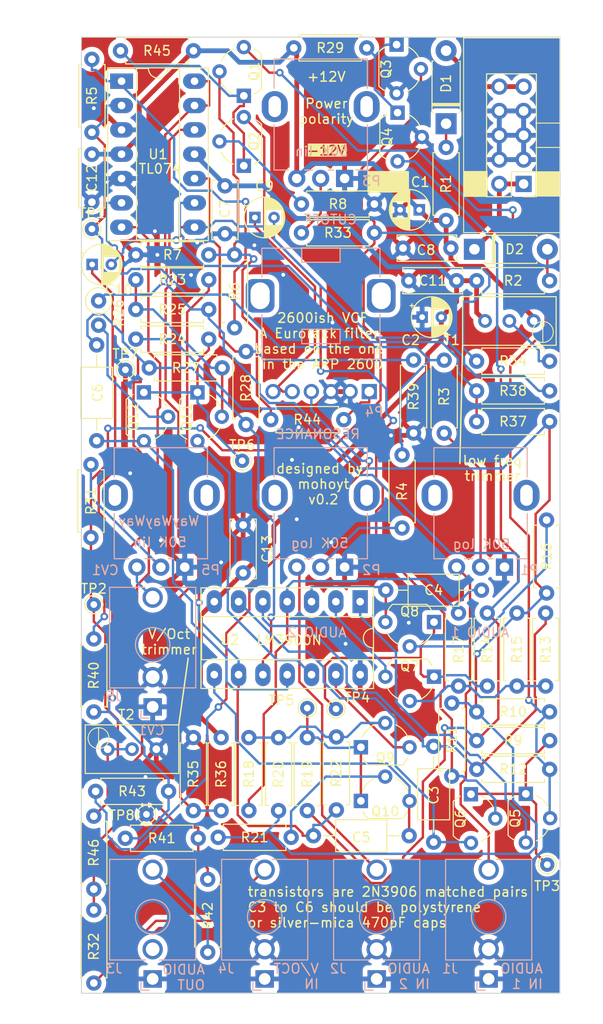
<source format=kicad_pcb>
(kicad_pcb (version 20221018) (generator pcbnew)
  (layers (0 "F.Cu" signal) (31 "B.Cu" signal) (34 "B.Paste" user) (35 "F.Paste" user) (36 "B.SilkS" user "B.Silkscreen") (37 "F.SilkS" user "F.Silkscreen") (38 "B.Mask" user) (39 "F.Mask" user) (44 "Edge.Cuts" user))
  (net 0 "")
  (net 1 "+12V")
  (net 2 "GND")
  (net 3 "-12V")
  (net 4 "Net-(Q6-C)")
  (net 5 "Net-(C3-Pad2)")
  (net 6 "Net-(Q8-C)")
  (net 7 "Net-(C4-Pad2)")
  (net 8 "Net-(Q10-C)")
  (net 9 "Net-(C5-Pad2)")
  (net 10 "Net-(Q12-C)")
  (net 11 "Net-(C6-Pad2)")
  (net 12 "RESONANCE 3")
  (net 13 "Net-(C10-Pad2)")
  (net 14 "Net-(C10-Pad1)")
  (net 15 "Net-(CONN1-Pin_1)")
  (net 16 "Net-(CONN1-Pin_10)")
  (net 17 "Net-(D1-K)")
  (net 18 "Net-(D2-A)")
  (net 19 "Net-(J1-PadT)")
  (net 20 "Net-(J2-PadT)")
  (net 21 "Net-(J3-PadT)")
  (net 23 "Net-(J4-PadT)")
  (net 24 "Net-(J5-PadT)")
  (net 25 "Net-(P1-Pad2)")
  (net 26 "Net-(P2-Pad2)")
  (net 27 "Net-(P3-Pad2)")
  (net 28 "Net-(P4-Pad2)")
  (net 29 "AUDIOS IN")
  (net 30 "Net-(P5-Pad2)")
  (net 31 "Net-(Q1-E)")
  (net 32 "RESONANCE 1")
  (net 33 "Net-(Q1-C)")
  (net 34 "Net-(Q2-B)")
  (net 35 "Net-(Q2-C)")
  (net 36 "Net-(Q3-E)")
  (net 37 "CUTOFF")
  (net 38 "Net-(Q4-C)")
  (net 39 "Net-(Q5-C)")
  (net 40 "Net-(Q7-E)")
  (net 41 "Net-(Q7-B)")
  (net 42 "Net-(Q7-C)")
  (net 43 "Net-(Q8-B)")
  (net 44 "Net-(Q10-E)")
  (net 45 "Net-(Q9-B)")
  (net 46 "Net-(Q9-C)")
  (net 47 "Net-(Q10-B)")
  (net 48 "Net-(Q11-E)")
  (net 49 "Net-(Q11-B)")
  (net 50 "Net-(Q11-C)")
  (net 51 "Net-(Q12-B)")
  (net 52 "RESONANCE 2")
  (net 53 "Net-(R5-Pad2)")
  (net 54 "Net-(U1D--)")
  (net 55 "Net-(U1C-+)")
  (net 56 "Net-(R34-Pad2)")
  (net 57 "Net-(U1D-+)")
  (net 58 "Net-(U1C--)")
  (net 59 "Net-(U1B--)")
  (net 60 "AUDIO OUT")
  (net 61 "Net-(R46-Pad1)")
  (net 62 "Net-(Q5-E)")
  (footprint "Capacitor_THT:C_Disc_D6.0mm_W2.5mm_P5.00mm" (layer "F.Cu") (at 203.5 83.1)
    (fp_text reference "C11")
    (fp_text value "0.1uF")
  )
  (footprint "Capacitor_THT:C_Axial_L5.1mm_D3.1mm_P10.00mm_Horizontal" (layer "F.Cu") (at 206.1 141.7 90)
    (fp_text reference "C3")
    (fp_text value "470pF")
  )
  (footprint "Package_TO_SOT_THT:TO-92_Wide" (layer "F.Cu") (at 206.14 124.43 180)
    (fp_text reference "Q7")
    (fp_text value "2N3906")
  )
  (footprint "Resistor_THT:R_Axial_DIN0207_L6.3mm_D2.5mm_P7.62mm_Horizontal" (layer "F.Cu") (at 170.6 138.99 -90)
    (fp_text reference "R46")
    (fp_text value "1k")
  )
  (footprint "Resistor_THT:R_Axial_DIN0207_L6.3mm_D2.5mm_P7.62mm_Horizontal" (layer "F.Cu") (at 214.8 117.79 -90)
    (fp_text reference "R15")
    (fp_text value "220R")
  )
  (footprint "Capacitor_THT:CP_Radial_D4.0mm_P2.00mm" (layer "F.Cu") (at 187.4274 76.5)
    (fp_text reference "C9")
    (fp_text value "22uF")
  )
  (footprint "Package_TO_SOT_THT:TO-92_Wide" (layer "F.Cu") (at 206.14 118.73 180)
    (fp_text reference "Q8")
    (fp_text value "2N3906")
  )
  (footprint "Resistor_THT:R_Axial_DIN0207_L6.3mm_D2.5mm_P7.62mm_Horizontal" (layer "F.Cu") (at 218.21 97.8 180)
    (fp_text reference "R37")
    (fp_text value "10k")
  )
  (footprint "Capacitor_THT:C_Disc_D6.0mm_W2.5mm_P5.00mm" (layer "F.Cu") (at 186.2 108.6 -90)
    (fp_text reference "C13")
    (fp_text value "0.1uF")
  )
  (footprint "Resistor_THT:R_Axial_DIN0207_L6.3mm_D2.5mm_P7.62mm_Horizontal" (layer "F.Cu") (at 173.39 59.1)
    (fp_text reference "R45")
    (fp_text value "33k")
  )
  (footprint "Resistor_THT:R_Axial_DIN0207_L6.3mm_D2.5mm_P7.62mm_Horizontal" (layer "F.Cu") (at 210.59 128.1)
    (fp_text reference "R10")
    (fp_text value "220R")
  )
  (footprint "Resistor_THT:R_Axial_DIN0207_L6.3mm_D2.5mm_P7.62mm_Horizontal" (layer "F.Cu") (at 173.89 141.3)
    (fp_text reference "R41")
    (fp_text value "100k")
  )
  (footprint "Resistor_THT:R_Axial_DIN0207_L6.3mm_D2.5mm_P7.62mm_Horizontal" (layer "F.Cu") (at 195.94 138.34 90)
    (fp_text reference "R22")
    (fp_text value "10k")
  )
  (footprint "Resistor_THT:R_Axial_DIN0207_L6.3mm_D2.5mm_P7.62mm_Horizontal" (layer "F.Cu") (at 174.99 80.4)
    (fp_text reference "R7")
    (fp_text value "1k")
  )
  (footprint "Package_TO_SOT_THT:TO-92_Wide" (layer "F.Cu") (at 198.5 137.4)
    (fp_text reference "Q10")
    (fp_text value "2N3906")
  )
  (footprint "Resistor_THT:R_Axial_DIN0207_L6.3mm_D2.5mm_P2.54mm_Vertical" (layer "F.Cu") (at 171.1 85.2 -90)
    (fp_text reference "R26")
    (fp_text value "220R")
  )
  (footprint "TestPoint:TestPoint_THTPad_D1.5mm_Drill0.7mm" (layer "F.Cu") (at 217.97 144.05)
    (fp_text reference "TP3")
    (fp_text value "TestPoint")
  )
  (footprint "Resistor_THT:R_Axial_DIN0207_L6.3mm_D2.5mm_P7.62mm_Horizontal" (layer "F.Cu") (at 185.3 88.01 90)
    (fp_text reference "R6")
    (fp_text value "100k")
  )
  (footprint "Connector_PinHeader_2.54mm:PinHeader_2x05_P2.54mm_Vertical_Shroud" (layer "F.Cu") (at 215.5 73 180)
    (fp_text reference "CONN1" hide)
    (fp_text value "Conn_01x10" hide)
  )
  (footprint "Capacitor_THT:C_Disc_D6.0mm_W2.5mm_P5.00mm" (layer "F.Cu") (at 184.3 78.2 90)
    (fp_text reference "C7")
    (fp_text value "0.1uF")
  )
  (footprint "Package_TO_SOT_THT:TO-92_Wide" (layer "F.Cu") (at 215.73 136.66 -90)
    (fp_text reference "Q5")
    (fp_text value "2N3906")
  )
  (footprint "Resistor_THT:R_Axial_DIN0207_L6.3mm_D2.5mm_P7.62mm_Horizontal" (layer "F.Cu") (at 192.29 78.1)
    (fp_text reference "R33")
    (fp_text value "150k")
  )
  (footprint "Resistor_THT:R_Axial_DIN0207_L6.3mm_D2.5mm_P7.62mm_Horizontal" (layer "F.Cu") (at 183.59 141.2)
    (fp_text reference "R21")
    (fp_text value "220R")
  )
  (footprint "Capacitor_THT:C_Axial_L5.1mm_D3.1mm_P10.00mm_Horizontal" (layer "F.Cu") (at 201.1 115.4)
    (fp_text reference "C4")
    (fp_text value "470pF")
  )
  (footprint "Package_TO_SOT_THT:TO-92_Wide" (layer "F.Cu") (at 198.5 131.8)
    (fp_text reference "Q9")
    (fp_text value "2N3906")
  )
  (footprint "Resistor_THT:R_Axial_DIN0207_L6.3mm_D2.5mm_P7.62mm_Horizontal" (layer "F.Cu") (at 218.21 83.1 180)
    (fp_text reference "R2")
    (fp_text value "10")
  )
  (footprint "Resistor_THT:R_Axial_DIN0207_L6.3mm_D2.5mm_P7.62mm_Horizontal" (layer "F.Cu") (at 181 130.79 -90)
    (fp_text reference "R35")
    (fp_text value "10k or 18k")
  )
  (footprint "Potentiometer_THT:Potentiometer_Bourns_3296W_Vertical" (layer "F.Cu") (at 172.05 132 180)
    (fp_text reference "T2")
    (fp_text value "2k trimmer")
  )
  (footprint "Package_TO_SOT_THT:TO-92_Wide" (layer "F.Cu") (at 202.23 58.46 -90)
    (fp_text reference "Q3")
    (fp_text value "2N3906")
  )
  (footprint "TestPoint:TestPoint_THTPad_D1.5mm_Drill0.7mm" (layer "F.Cu") (at 192.9 127.7)
    (fp_text reference "TP5")
    (fp_text value "TestPoint")
  )
  (footprint "TestPoint:TestPoint_THTPad_D1.5mm_Drill0.7mm" (layer "F.Cu") (at 195.9 127.8)
    (fp_text reference "TP4")
    (fp_text value "TestPoint")
  )
  (footprint "Resistor_THT:R_Axial_DIN0207_L6.3mm_D2.5mm_P7.62mm_Horizontal" (layer "F.Cu") (at 170.6 120.49 -90)
    (fp_text reference "R40")
    (fp_text value "56k")
  )
  (footprint "Capacitor_THT:C_Disc_D6.0mm_W2.5mm_P5.00mm" (layer "F.Cu") (at 170.4 69.9 -90)
    (fp_text reference "C12")
    (fp_text value "0.1uF")
  )
  (footprint "Resistor_THT:R_Axial_DIN0207_L6.3mm_D2.5mm_P7.62mm_Horizontal" (layer "F.Cu") (at 178.41 136.4 180)
    (fp_text reference "R43")
    (fp_text value "22k")
  )
  (footprint "Package_TO_SOT_THT:TO-92_Wide" (layer "F.Cu") (at 181.43 94.76 -90)
    (fp_text reference "Q11")
    (fp_text value "2N3906")
  )
  (footprint "Resistor_THT:R_Axial_DIN0207_L6.3mm_D2.5mm_P7.62mm_Horizontal" (layer "F.Cu") (at 192.9 138.41 90)
    (fp_text reference "R19")
    (fp_text value "1k")
  )
  (footprint "Resistor_THT:R_Axial_DIN0207_L6.3mm_D2.5mm_P7.62mm_Horizontal" (layer "F.Cu") (at 186.5 98.11 90)
    (fp_text reference "R28")
    (fp_text value "10k")
  )
  (footprint "TestPoint:TestPoint_THTPad_D1.5mm_Drill0.7mm" (layer "F.Cu") (at 176.1 138.8)
    (fp_text reference "TP8")
    (fp_text value "TestPoint")
  )
  (footprint "Resistor_THT:R_Axial_DIN0207_L6.3mm_D2.5mm_P7.62mm_Horizontal" (layer "F.Cu") (at 199.11 58.8 180)
    (fp_text reference "R29")
    (fp_text value "10k")
  )
  (footprint "Potentiometer_THT:Potentiometer_Bourns_3296W_Vertical" (layer "F.Cu") (at 216.55 87.3)
    (fp_text reference "T1")
    (fp_text value "50K trimmer")
  )
  (footprint "TestPoint:TestPoint_THTPad_D1.5mm_Drill0.7mm" (layer "F.Cu") (at 170.4 77.7)
    (fp_text reference "TP1")
    (fp_text value "TestPoint")
  )
  (footprint "Resistor_THT:R_Axial_DIN0207_L6.3mm_D2.5mm_P7.62mm_Horizontal" (layer "F.Cu") (at 186.8 130.79 -90)
    (fp_text reference "R18")
    (fp_text value "10k")
  )
  (footprint "Package_TO_SOT_THT:TO-92_Wide" (layer "F.Cu") (at 210 136.7 -90)
    (fp_text reference "Q6")
    (fp_text value "2N3906")
  )
  (footprint "Package_TO_SOT_THT:TO-92_Wide" (layer "F.Cu") (at 175.83 94.76 -90)
    (fp_text reference "Q12")
    (fp_text value "2N3906")
  )
  (footprint "Package_TO_SOT_THT:TO-92_Wide" (layer "F.Cu") (at 202.33 65.56 -90)
    (fp_text reference "Q4")
    (fp_text value "2N3906")
  )
  (footprint "Resistor_THT:R_Axial_DIN0207_L6.3mm_D2.5mm_P7.62mm_Horizontal" (layer "F.Cu") (at 199.91 75.1 180)
    (fp_text reference "R8")
    (fp_text value "220R")
  )
  (footprint "Resistor_THT:R_Axial_DIN0207_L6.3mm_D2.5mm_P7.62mm_Horizontal" (layer "F.Cu") (at 210.59 91.5)
    (fp_text reference "R34")
    (fp_text value "100k")
  )
  (footprint "Package_TO_SOT_THT:TO-92_Wide" (layer "F.Cu") (at 186.27 71.1 90)
    (fp_text reference "Q2")
    (fp_text value "2N3906")
  )
  (footprint "Resistor_THT:R_Axial_DIN0207_L6.3mm_D2.5mm_P7.62mm_Horizontal" (layer "F.Cu") (at 182.5 153.2 90)
    (fp_text reference "R42")
    (fp_text value "1k")
  )
  (footprint "Resistor_THT:R_Axial_DIN0207_L6.3mm_D2.5mm_P7.62mm_Horizontal" (layer "F.Cu") (at 207.2 99.01 90)
    (fp_text reference "R3")
    (fp_text value "100k")
  )
  (footprint "Capacitor_THT:CP_Radial_D4.0mm_P2.00mm" (layer "F.Cu") (at 204.9 86.9)
    (fp_text reference "C2")
    (fp_text value "47uF")
  )
  (footprint "Capacitor_THT:C_Axial_L5.1mm_D3.1mm_P10.00mm_Horizontal" (layer "F.Cu") (at 170.9 99.8 90)
    (fp_text reference "C6")
    (fp_text value "470pF")
  )
  (footprint "Capacitor_THT:C_Disc_D6.0mm_W2.5mm_P5.00mm" (layer "F.Cu") (at 207.9 79.7 180)
    (fp_text reference "C8")
    (fp_text value "0.1uF")
  )
  (footprint "Resistor_THT:R_Axial_DIN0207_L6.3mm_D2.5mm_P7.62mm_Horizontal" (layer "F.Cu") (at 208.7 117.79 -90)
    (fp_text reference "R17")
    (fp_text value "10k")
  )
  (footprint "Resistor_THT:R_Axial_DIN0207_L6.3mm_D2.5mm_P7.62mm_Horizontal" (layer "F.Cu") (at 182.61 86.1 180)
    (fp_text reference "R25")
    (fp_text value "220R")
  )
  (footprint "Resistor_THT:R_Axial_DIN0207_L6.3mm_D2.5mm_P7.62mm_Horizontal" (layer "F.Cu") (at 170.4 67.61 90)
    (fp_text reference "R5")
    (fp_text value "100k")
  )
  (footprint "Resistor_THT:R_Axial_DIN0207_L6.3mm_D2.5mm_P7.62mm_Horizontal" (layer "F.Cu") (at 183.9 138.41 90)
    (fp_text reference "R36")
    (fp_text value "10k")
  )
  (footprint "Diode_THT:D_DO-41_SOD81_P7.62mm_Horizontal" (layer "F.Cu") (at 210.36 79.82)
    (fp_text reference "D2" hide)
    (fp_text value "1N5819" hide)
  )
  (footprint "Resistor_THT:R_Axial_DIN0207_L6.3mm_D2.5mm_P7.62mm_Horizontal" (layer "F.Cu") (at 196.71 97.6 180)
    (fp_text reference "R44")
    (fp_text value "15k")
  )
  (footprint "Diode_THT:D_DO-41_SOD81_P7.62mm_Horizontal" (layer "F.Cu") (at 207.4 66.71 90)
    (fp_text reference "D1" hide)
    (fp_text value "1N5819" hide)
  )
  (footprint "Resistor_THT:R_Axial_DIN0207_L6.3mm_D2.5mm_P7.62mm_Horizontal" (layer "F.Cu") (at 204 99 90)
    (fp_text reference "R39")
    (fp_text value "100k")
  )
  (footprint "Resistor_THT:R_Axial_DIN0207_L6.3mm_D2.5mm_P7.62mm_Horizontal" (layer "F.Cu") (at 210.6 131.1)
    (fp_text reference "R9")
    (fp_text value "1k")
  )
  (footprint "TestPoint:TestPoint_THTPad_D1.5mm_Drill0.7mm" (layer "F.Cu") (at 173.9 92.4)
    (fp_text reference "TP7")
    (fp_text value "TestPoint")
  )
  (footprint "Resistor_THT:R_Axial_DIN0207_L6.3mm_D2.5mm_P7.62mm_Horizontal" (layer "F.Cu") (at 174.99 83)
    (fp_text reference "R23")
    (fp_text value "10k")
  )
  (footprint "Capacitor_THT:CP_Radial_D4.0mm_P2.00mm" (layer "F.Cu") (at 204.6 75.7 180)
    (fp_text reference "C1")
    (fp_text value "47uF")
  )
  (footprint "Package_TO_SOT_THT:TO-92_Wide" (layer "F.Cu") (at 186.27 63.8 90)
    (fp_text reference "Q1")
    (fp_text value "2N3906")
  )
  (footprint "Resistor_THT:R_Axial_DIN0207_L6.3mm_D2.5mm_P7.62mm_Horizontal" (layer "F.Cu") (at 174.99 89.2)
    (fp_text reference "R24")
    (fp_text value "1k")
  )
  (footprint "Package_DIP:DIP-14_W7.62mm_Socket_LongPads" (layer "F.Cu") (at 173.5 62.275)
    (fp_text reference "U1")
    (fp_text value "TL074")
  )
  (footprint "Resistor_THT:R_Axial_DIN0207_L6.3mm_D2.5mm_P7.62mm_Horizontal" (layer "F.Cu") (at 210.6 134.1)
    (fp_text reference "R12")
    (fp_text value "10k")
  )
  (footprint "TestPoint:TestPoint_THTPad_D1.5mm_Drill0.7mm" (layer "F.Cu") (at 186.1 101.9)
    (fp_text reference "TP6")
    (fp_text value "TestPoint")
  )
  (footprint "Resistor_THT:R_Axial_DIN0207_L6.3mm_D2.5mm_P7.62mm_Horizontal" (layer "F.Cu") (at 210.59 94.6)
    (fp_text reference "R38")
    (fp_text value "10k")
  )
  (footprint "Resistor_THT:R_Axial_DIN0207_L6.3mm_D2.5mm_P7.62mm_Horizontal" (layer "F.Cu") (at 176.39 92.2)
    (fp_text reference "R27")
    (fp_text value "10k")
  )
  (footprint "Capacitor_THT:C_Axial_L5.1mm_D3.1mm_P10.00mm_Horizontal" (layer "F.Cu") (at 203.54 141.03 180)
    (fp_text reference "C5")
    (fp_text value "470pF")
  )
  (footprint "Resistor_THT:R_Axial_DIN0207_L6.3mm_D2.5mm_P7.62mm_Horizontal" (layer "F.Cu") (at 202.8 108.91 90)
    (fp_text reference "R4")
    (fp_text value "100k")
  )
  (footprint "Resistor_THT:R_Axial_DIN0207_L6.3mm_D2.5mm_P7.62mm_Horizontal" (layer "F.Cu") (at 217.9 115.7 90)
    (fp_text reference "R16")
    (fp_text value "220R")
  )
  (footprint "Resistor_THT:R_Axial_DIN0207_L6.3mm_D2.5mm_P7.62mm_Horizontal" (layer "F.Cu") (at 208 127.19 -90)
    (fp_text reference "R11")
    (fp_text value "220R")
  )
  (footprint "Resistor_THT:R_Axial_DIN0207_L6.3mm_D2.5mm_P7.62mm_Horizontal" (layer "F.Cu") (at 170.3 102.29 -90)
    (fp_text reference "R31")
    (fp_text value "100k")
  )
  (footprint "Resistor_THT:R_Axial_DIN0207_L6.3mm_D2.5mm_P7.62mm_Horizontal" (layer "F.Cu") (at 217.8 125.41 90)
    (fp_text reference "R13")
    (fp_text value "10k")
  )
  (footprint "TestPoint:TestPoint_THTPad_D1.5mm_Drill0.7mm" (layer "F.Cu") (at 170.6 116.9)
    (fp_text reference "TP2")
    (fp_text value "TestPoint")
  )
  (footprint "Resistor_THT:R_Axial_DIN0207_L6.3mm_D2.5mm_P7.62mm_Horizontal" (layer "F.Cu") (at 207.4 69.19 -90)
    (fp_text reference "R1")
    (fp_text value "10")
  )
  (footprint "Resistor_THT:R_Axial_DIN0207_L6.3mm_D2.5mm_P7.62mm_Horizontal" (layer "F.Cu") (at 170.6 156.41 90)
    (fp_text reference "R32")
    (fp_text value "100k")
  )
  (footprint "Resistor_THT:R_Axial_DIN0207_L6.3mm_D2.5mm_P7.62mm_Horizontal" (layer "F.Cu") (at 189.9 138.41 90)
    (fp_text reference "R20")
    (fp_text value "220R")
  )
  (footprint "Package_DIP:DIP-14_W7.62mm_Socket_LongPads" (layer "F.Cu") (at 198.425 116.6 -90)
    (fp_text reference "U2")
    (fp_text value "LM3900N")
  )
  (footprint "Resistor_THT:R_Axial_DIN0207_L6.3mm_D2.5mm_P7.62mm_Horizontal" (layer "F.Cu") (at 211.7 117.79 -90)
    (fp_text reference "R14")
    (fp_text value "1k")
  )
  (footprint "Capacitor_THT:CP_Radial_D4.0mm_P2.00mm" (layer "F.Cu") (at 170.4274 81.4)
    (fp_text reference "C10")
    (fp_text value "22uF")
  )
  (footprint "Connector_Audio:Jack_3.5mm_QingPu_WQP-PJ398SM_Vertical_CircularHoles" (layer "B.Cu") (at 188.45 155.98)
    (fp_text reference "J4")
    (fp_text value "V/OCT IN")
  )
  (footprint "Potentiometer_THT:Potentiometer_Alpha_RD901F-40-00D_Single_Vertical" (layer "B.Cu") (at 180.1 113 90)
    (fp_text reference "P5")
    (fp_text value "50K lin")
  )
  (footprint "Potentiometer_THT:Potentiometer_Double_Vertical_Befaco" (layer "B.Cu") (at 196.825 94.675 90)
    (fp_text reference "P4")
    (fp_text value "100k")
  )
  (footprint "Connector_Audio:Jack_3.5mm_QingPu_WQP-PJ398SM_Vertical_CircularHoles" (layer "B.Cu") (at 176.75 155.98)
    (fp_text reference "J3")
    (fp_text value "OUT")
  )
  (footprint "Connector_Audio:Jack_3.5mm_QingPu_WQP-PJ398SM_Vertical_CircularHoles" (layer "B.Cu") (at 200.15 155.98)
    (fp_text reference "J2")
    (fp_text value "AUDIO IN 2")
  )
  (footprint "Connector_Audio:Jack_3.5mm_QingPu_WQP-PJ398SM_Vertical_CircularHoles" (layer "B.Cu") (at 211.85 155.98)
    (fp_text reference "J1")
    (fp_text value "AUDIO IN 1")
  )
  (footprint "Potentiometer_THT:Potentiometer_Alpha_RD901F-40-00D_Single_Vertical" (layer "B.Cu") (at 213.5 113 90)
    (fp_text reference "P1")
    (fp_text value "50K log")
  )
  (footprint "Connector_Audio:Jack_3.5mm_QingPu_WQP-PJ398SM_Vertical_CircularHoles" (layer "B.Cu") (at 176.75 127.58)
    (fp_text reference "J5")
    (fp_text value "CV 1")
  )
  (footprint "Potentiometer_THT:Potentiometer_Alpha_RD901F-40-00D_Single_Vertical" (layer "B.Cu") (at 196.8 113 90)
    (fp_text reference "P2")
    (fp_text value "50K log")
  )
  (footprint "Potentiometer_THT:Potentiometer_Alpha_RD901F-40-00D_Single_Vertical" (layer "B.Cu") (at 196.8 72.425 90)
    (fp_text reference "P3")
    (fp_text value "50K lin")
  )
  (gr_line (start 180.46 122.5) (end 179.475 129.46) (stroke (width 0.15)) (layer "F.SilkS"))
  (gr_line (start 209.125 89.84) (end 208.84 102.19) (stroke (width 0.15)) (layer "F.SilkS"))
  (gr_rect (start 199.25 71.726) (end 203.45 73.826) (stroke (width 0.15)) (fill solid) (layer "F.SilkS"))
  (gr_rect (start 169.3 57.675) (end 219.3 157.475) (stroke (width 0.1)) (fill none) (layer "Edge.Cuts"))
  (gr_text "AUDIO \nOUT" (at 182.3 157.2) (layer "B.SilkS") (effects (font (size 1 1)) (justify left bottom mirror)))
  (gr_text "CUTOFF" (at 198.2 77.3) (layer "B.SilkS") (effects (font (size 1 1)) (justify left bottom mirror)))
  (gr_text "CV1" (at 173.3 113.9) (layer "B.SilkS") (effects (font (size 1 1)) (justify left bottom mirror)))
  (gr_text "AUDIO \nIN 1" (at 217.6 157.1) (layer "B.SilkS") (effects (font (size 1 1)) (justify left bottom mirror)))
  (gr_text "V/OCT\nIN" (at 194.2 157.1) (layer "B.SilkS") (effects (font (size 1 1)) (justify left bottom mirror)))
  (gr_text "AUDIO 1" (at 214.1 120.4) (layer "B.SilkS") (effects (font (size 1 1)) (justify left bottom mirror)))
  (gr_text "AUDIO 2" (at 197.1 120.4) (layer "B.SilkS") (effects (font (size 1 1)) (justify left bottom mirror)))
  (gr_text "RESONANCE" (at 198.5 99.7) (layer "B.SilkS") (effects (font (size 1 1)) (justify left bottom mirror)))
  (gr_text "CV1" (at 178.1 130.6) (layer "B.SilkS") (effects (font (size 1 1)) (justify left bottom mirror)))
  (gr_text "AUDIO \nIN 2" (at 205.8 157.1) (layer "B.SilkS") (effects (font (size 1 1)) (justify left bottom mirror)))
  (gr_text "WayWayWay" (at 181.71 108.76) (layer "B.SilkS") (effects (font (size 1 1)) (justify left bottom mirror)))
  (gr_text "designed by \nmohoyt\nv0.2" (at 194.58 106.52) (layer "F.SilkS") (effects (font (size 1 1)) (justify bottom)))
  (gr_text "LM3900N" (at 187.5 121.2) (layer "F.SilkS") (effects (font (size 1 1)) (justify left bottom)))
  (gr_text "+12V" (at 194.9 62.4) (layer "F.SilkS") (effects (font (size 1 1)) (justify bottom)))
  (gr_text "transistors are 2N3906 matched pairs\nC3 to C6 should be polystyrene \nor silver-mica 470pF caps" (at 186.58 150.69) (layer "F.SilkS") (effects (font (size 1 1)) (justify left bottom)))
  (gr_text "2600ish VCF\nA Eurorack filter \nbased on the one \nin the ARP 2600" (at 194.5 92.4) (layer "F.SilkS") (effects (font (size 1 1)) (justify bottom)))
  (gr_text "low freq\ntrimmer" (at 212.24 104.07) (layer "F.SilkS") (effects (font (size 1 1)) (justify bottom)))
  (gr_text "V/Oct\ntrimmer" (at 178.47 122.18) (layer "F.SilkS") (effects (font (size 1 1)) (justify bottom)))
  (gr_text "-12V" (at 194.9 70.1) (layer "F.SilkS" knockout) (effects (font (size 1 1)) (justify bottom)))
  (gr_text "TL074" (at 175.2 72) (layer "F.SilkS") (effects (font (size 1 1)) (justify left bottom)))
  (gr_text "Power\npolarity" (at 194.9 66.8) (layer "F.SilkS") (effects (font (size 1 1)) (justify bottom)))
  (segment (start 175.35 68.045) (end 173.5 69.895) (width 0.5) (layer "F.Cu") (net 1))
  (segment (start 207.4 76.81) (end 205.71 76.81) (width 0.5) (layer "F.Cu") (net 1))
  (segment (start 207.9 79.7) (end 207.9 80.86) (width 0.5) (layer "F.Cu") (net 1))
  (segment (start 191.8 59.11) (end 191.8 72.425) (width 0.5) (layer "F.Cu") (net 1))
  (segment (start 208.64 81.6) (end 211.2 81.6) (width 0.5) (layer "F.Cu") (net 1))
  (segment (start 207.4 79.2) (end 207.9 79.7) (width 0.5) (layer "F.Cu") (net 1))
  (segment (start 211.2 81.6) (end 216.55 86.95) (width 0.5) (layer "F.Cu") (net 1))
  (segment (start 207.9 80.86) (end 208.64 81.6) (width 0.5) (layer "F.Cu") (net 1))
  (segment (start 205.71 76.81) (end 204.6 75.7) (width 0.5) (layer "F.Cu") (net 1))
  (segment (start 175.35 64.76) (end 175.35 68.045) (width 0.5) (layer "F.Cu") (net 1))
  (segment (start 181.01 59.1) (end 175.35 64.76) (width 0.5) (layer "F.Cu") (net 1))
  (segment (start 207.4 76.81) (end 207.4 79.2) (width 0.5) (layer "F.Cu") (net 1))
  (segment (start 204.6 75.7) (end 199.775 70.875) (width 0.5) (layer "B.Cu") (net 1))
  (segment (start 193.35 70.875) (end 191.8 72.425) (width 0.5) (layer "B.Cu") (net 1))
  (segment (start 184.6 59.1) (end 181.01 59.1) (width 0.5) (layer "B.Cu") (net 1))
  (segment (start 191.49 58.8) (end 189.99 60.3) (width 0.5) (layer "B.Cu") (net 1))
  (segment (start 199.775 70.875) (end 193.35 70.875) (width 0.5) (layer "B.Cu") (net 1))
  (segment (start 189.99 60.3) (end 185.8 60.3) (width 0.5) (layer "B.Cu") (net 1))
  (segment (start 185.8 60.3) (end 184.6 59.1) (width 0.5) (layer "B.Cu") (net 1))
  (segment (start 173.5 69.895) (end 170.405 69.895) (width 0.5) (layer "B.Cu") (net 1))
  (segment (start 195.375 94.675) (end 197.375 94.675) (width 0.5) (layer "F.Cu") (net 2))
  (segment (start 196.8 72.425) (end 196.8 86.2) (width 0.5) (layer "F.Cu") (net 2))
  (segment (start 177.13 132) (end 177.13 133.77) (width 0.5) (layer "F.Cu") (net 2))
  (segment (start 181.4 79.1145) (end 180.7579 79.7566) (width 0.5) (layer "F.Cu") (net 2))
  (segment (start 176.75 124.48) (end 178.8519 122.3781) (width 0.5) (layer "F.Cu") (net 2))
  (segment (start 177.6 110.2) (end 177.6 110.5) (width 0.5) (layer "F.Cu") (net 2))
  (segment (start 177.6 110.5) (end 180.1 113) (width 0.5) (layer "F.Cu") (net 2))
  (segment (start 190.385679 82.411379) (end 187.3743 79.4) (width 0.5) (layer "F.Cu") (net 2))
  (segment (start 191.9 107.83089) (end 198.953834 100.777056) (width 0.5) (layer "F.Cu") (net 2))
  (segment (start 196.8 113) (end 196.8 111.8) (width 0.5) (layer "F.Cu") (net 2))
  (segment (start 171.245 65.1) (end 170.6 65.1) (width 0.5) (layer "F.Cu") (net 2))
  (segment (start 191.9 108) (end 191.9 107.83089) (width 0.5) (layer "F.Cu") (net 2))
  (segment (start 177.2395 78.1878) (end 177.2395 80.4) (width 0.5) (layer "F.Cu") (net 2))
  (segment (start 176.981 77.9293) (end 177.2395 78.1878) (width 0.5) (layer "F.Cu") (net 2))
  (segment (start 192 98.05) (end 195.375 94.675) (width 0.5) (layer "F.Cu") (net 2))
  (segment (start 200.75061 113) (end 203.5 115.74939) (width 0.5) (layer "F.Cu") (net 2))
  (segment (start 201.647183 99.247183) (end 203.752817 99.247183) (width 0.5) (layer "F.Cu") (net 2))
  (segment (start 178.8519 122.3781) (end 178.8519 114.2481) (width 0.5) (layer "F.Cu") (net 2))
  (segment (start 180.7579 79.7566) (end 180.7579 82.5) (width 0.5) (layer "F.Cu") (net 2))
  (segment (start 203.5 118.8) (end 201.3 121) (width 0.5) (layer "F.Cu") (net 2))
  (segment (start 173.5 67.355) (end 171.245 65.1) (width 0.5) (layer "F.Cu") (net 2))
  (segment (start 196.8 111.8) (end 195.4 110.4) (width 0.5) (layer "F.Cu") (net 2))
  (segment (start 203.5 115.74939) (end 203.5 118.8) (width 0.5) (layer "F.Cu") (net 2))
  (segment (start 186.2 105.697431) (end 190.097431 101.8) (width 0.5) (layer "F.Cu") (net 2))
  (segment (start 186.2 108.6) (end 186.2 105.697431) (width 0.5) (layer "F.Cu") (net 2))
  (segment (start 192 98.4) (end 192 98.05) (width 0.5) (layer "F.Cu") (net 2))
  (segment (start 196.8 113) (end 200.75061 113) (width 0.5) (layer "F.Cu") (net 2))
  (segment (start 190.097431 101.8) (end 191.3 101.8) (width 0.5) (layer "F.Cu") (net 2))
  (segment (start 178.8519 114.2481) (end 180.1 113) (width 0.5) (layer "F.Cu") (net 2))
  (segment (start 196.8 86.2) (end 195.535679 87.464321) (width 0.5) (layer "F.Cu") (net 2))
  (segment (start 191.9 108) (end 191.8 108) (width 0.5) (layer "F.Cu") (net 2))
  (segment (start 190.385679 82.4842) (end 190.385679 82.411379) (width 0.5) (layer "F.Cu") (net 2))
  (segment (start 186.2 110.2) (end 186.2 108.6) (width 0.5) (layer "F.Cu") (net 2))
  (segment (start 173.9 102.7) (end 174.4 103.2) (width 0.5) (layer "F.Cu") (net 2))
  (segment (start 201.3 121) (end 196.9 121) (width 0.5) (layer "F.Cu") (net 2))
  (segment (start 183.9 112.5) (end 186.2 110.2) (width 0.5) (layer "F.Cu") (net 2))
  (segment (start 173.9 92.4) (end 173.9 102.7) (width 0.5) (layer "F.Cu") (net 2))
  (segment (start 177.13 133.77) (end 176 134.9) (width 0.5) (layer "F.Cu") (net 2))
  (via (at 183.9 112.5) (size 0.8) (drill 0.4) (layers "F.Cu" "B.Cu") (net 2))
  (via (at 196.9 121) (size 0.8) (drill 0.4) (layers "F.Cu" "B.Cu") (net 2))
  (via (at 195.4 110.4) (size 0.8) (drill 0.4) (layers "F.Cu" "B.Cu") (net 2))
  (via (at 187.3743 79.4) (size 0.8) (drill 0.4) (layers "F.Cu" "B.Cu") (net 2))
  (via (at 177.6 110.2) (size 0.8) (drill 0.4) (layers "F.Cu" "B.Cu") (net 2))
  (via (at 191.3 101.8) (size 0.8) (drill 0.4) (layers "F.Cu" "B.Cu") (net 2))
  (via (at 176 134.9) (size 0.8) (drill 0.4) (layers "F.Cu" "B.Cu") (net 2))
  (via (at 192 98.4) (size 0.8) (drill 0.4) (layers "F.Cu" "B.Cu") (net 2))
  (via (at 203.5 118.8) (size 0.8) (drill 0.4) (layers "F.Cu" "B.Cu") (net 2))
  (via (at 195.535679 87.464321) (size 0.8) (drill 0.4) (layers "F.Cu" "B.Cu") (net 2))
  (via (at 180.7579 82.5) (size 0.8) (drill 0.4) (layers "F.Cu" "B.Cu") (net 2))
  (via (at 190.385679 82.4842) (size 0.8) (drill 0.4) (layers "F.Cu" "B.Cu") (net 2))
  (via (at 181.4 79.1145) (size 0.8) (drill 0.4) (layers "F.Cu" "B.Cu") (net 2))
  (via (at 201.647183 99.247183) (size 0.8) (drill 0.4) (layers "F.Cu" "B.Cu") (net 2))
  (via (at 177.2395 80.4) (size 0.8) (drill 0.4) (layers "F.Cu" "B.Cu") (net 2))
  (via (at 176.981 77.9293) (size 0.8) (drill 0.4) (layers "F.Cu" "B.Cu") (net 2))
  (via (at 174.4 103.2) (size 0.8) (drill 0.4) (layers "F.Cu" "B.Cu") (net 2))
  (via (at 198.953834 100.777056) (size 0.8) (drill 0.4) (layers "F.Cu" "B.Cu") (net 2))
  (via (at 170.6 65.1) (size 0.8) (drill 0.4) (layers "F.Cu" "B.Cu") (net 2))
  (via (at 191.8 108) (size 0.8) (drill 0.4) (layers "F.Cu" "B.Cu") (net 2))
  (segment (start 181.5495 78.965) (end 181.4 79.1145) (width 0.5) (layer "B.Cu") (net 2))
  (segment (start 176 134.9) (end 176 138.7) (width 0.5) (layer "B.Cu") (net 2))
  (segment (start 193 108) (end 195.4 110.4) (width 0.5) (layer "B.Cu") (net 2))
  (segment (start 183.057916 78.2) (end 182.292916 78.965) (width 0.5) (layer "B.Cu") (net 2))
  (segment (start 173.5 72.435) (end 176.981 75.916) (width 0.5) (layer "B.Cu") (net 2))
  (segment (start 191.3 99.1) (end 192 98.4) (width 0.5) (layer "B.Cu") (net 2))
  (segment (start 191.3 101.8) (end 191.3 99.1) (width 0.5) (layer "B.Cu") (net 2))
  (segment (start 191.8 108) (end 191.8 102.3) (width 0.5) (layer "B.Cu") (net 2))
  (segment (start 191.8 102.3) (end 191.3 101.8) (width 0.5) (layer "B.Cu") (net 2))
  (segment (start 185.43137 78.2) (end 184.3 78.2) (width 0.5) (layer "B.Cu") (net 2))
  (segment (start 177.6 106.4) (end 177.6 110.2) (width 0.5) (layer "B.Cu") (net 2))
  (segment (start 200.483707 99.247183) (end 201.647183 99.247183) (width 0.5) (layer "B.Cu") (net 2))
  (segment (start 182.292916 78.965) (end 181.5495 78.965) (width 0.5) (layer "B.Cu") (net 2))
  (segment (start 176.981 75.916) (end 176.981 77.9293) (width 0.5) (layer "B.Cu") (net 2))
  (segment (start 198.425 122.525) (end 198.425 124.22) (width 0.5) (layer "B.Cu") (net 2))
  (segment (start 200.815813 99.247183) (end 201.647183 99.247183) (width 0.5) (layer "B.Cu") (net 2))
  (segment (start 174.4 103.2) (end 177.6 106.4) (width 0.5) (layer "B.Cu") (net 2))
  (segment (start 180.1 113) (end 183.4 113) (width 0.5) (layer "B.Cu") (net 2))
  (segment (start 190.555558 82.4842) (end 190.385679 82.4842) (width 0.5) (layer "B.Cu") (net 2))
  (segment (start 178.6579 80.4) (end 177.1 80.4) (width 0.5) (layer "B.Cu") (net 2))
  (segment (start 191.8 108) (end 193 108) (width 0.5) (layer "B.Cu") (net 2))
  (segment (start 197.375 95.80637) (end 200.815813 99.247183) (width 0.5) (layer "B.Cu") (net 2))
  (segment (start 200.483707 99.247183) (end 198.953834 100.777056) (width 0.5) (layer "B.Cu") (net 2))
  (segment (start 186.63137 79.4) (end 185.43137 78.2) (width 0.5) (layer "B.Cu") (net 2))
  (segment (start 187.3743 79.4) (end 186.63137 79.4) (width 0.5) (layer "B.Cu") (net 2))
  (segment (start 195.535679 87.464321) (end 190.555558 82.4842) (width 0.5) (layer "B.Cu") (net 2))
  (segment (start 184.3 78.2) (end 183.057916 78.2) (width 0.5) (layer "B.Cu") (net 2))
  (segment (start 180.7579 82.5) (end 178.6579 80.4) (width 0.5) (layer "B.Cu") (net 2))
  (segment (start 183.4 113) (end 183.9 112.5) (width 0.5) (layer "B.Cu") (net 2))
  (segment (start 197.375 94.675) (end 197.375 95.80637) (width 0.5) (layer "B.Cu") (net 2))
  (segment (start 196.9 121) (end 198.425 122.525) (width 0.5) (layer "B.Cu") (net 2))
  (segment (start 177.1 80.4) (end 174.99 80.4) (width 0.5) (layer "B.Cu") (net 2))
  (segment (start 170.4 74.9) (end 172.865 72.435) (width 0.5) (layer "B.Cu") (net 2))
  (segment (start 208.5 85.3) (end 206.9 86.9) (width 0.5) (layer "F.Cu") (net 3))
  (segment (start 189.403 108.7) (end 189.403 110.397) (width 0.5) (layer "F.Cu") (net 3))
  (segment (start 183.185 116.6) (end 181.735 118.05) (width 0.5) (layer "F.Cu") (net 3))
  (segment (start 210.59 83.1) (end 210.59 86.42) (width 0.5) (layer "F.Cu") (net 3))
  (segment (start 206.9 89.3294) (end 205.45 90.7794) (width 0.5) (layer "F.Cu") (net 3))
  (segment (start 181.735 118.05) (end 181.735 128.625) (width 0.5) (layer "F.Cu") (net 3))
  (segment (start 189.403 110.397) (end 183.2 116.6) (width 0.5) (layer "F.Cu") (net 3))
  (segment (start 206.9 86.9) (end 206.9 89.3294) (width 0.5) (layer "F.Cu") (net 3))
  (segment (start 210.59 83.1) (end 208.5 83.1) (width 0.5) (layer "F.Cu") (net 3))
  (segment (start 205.45 90.7794) (end 205.45 92.6526) (width 0.5) (layer "F.Cu") (net 3))
  (segment (start 181.735 128.625) (end 183.9 130.79) (width 0.5) (layer "F.Cu") (net 3))
  (segment (start 208.5 83.1) (end 208.5 85.3) (width 0.5) (layer "F.Cu") (net 3))
  (segment (start 205.45 92.6526) (end 189.403 108.7) (width 0.5) (layer "F.Cu") (net 3))
  (segment (start 210.59 86.42) (end 211.47 87.3) (width 0.5) (layer "F.Cu") (net 3))
  (segment (start 191.739 76.6) (end 196.3 76.6) (width 0.5) (layer "B.Cu") (net 3))
  (segment (start 188.339 73.2) (end 191.739 76.6) (width 0.5) (layer "B.Cu") (net 3))
  (segment (start 201.35 81.65) (end 206.65 81.65) (width 0.5) (layer "B.Cu") (net 3))
  (segment (start 196.3 76.6) (end 201.35 81.65) (width 0.5) (layer "B.Cu") (net 3))
  (segment (start 206.65 81.65) (end 208.1 83.1) (width 0.5) (layer "B.Cu") (net 3))
  (segment (start 181.12 69.895) (end 184.3 73.075) (width 0.5) (layer "B.Cu") (net 3))
  (segment (start 184.3 73.2) (end 188.339 73.2) (width 0.5) (layer "B.Cu") (net 3))
  (segment (start 200.0233 126.6927) (end 202.1288 128.7982) (width 0.25) (layer "B.Cu") (net 4))
  (segment (start 185.725 116.6) (end 190.9432 121.8182) (width 0.25) (layer "B.Cu") (net 4))
  (segment (start 202.1288 133.7752) (end 206.1 137.7464) (width 0.25) (layer "B.Cu") (net 4))
  (segment (start 194.615 123.4555) (end 194.615 124.9941) (width 0.25) (layer "B.Cu") (net 4))
  (segment (start 206.1 137.7464) (end 206.1 141.7) (width 0.25) (layer "B.Cu") (net 4))
  (segment (start 194.615 124.9941) (end 196.3136 126.6927) (width 0.25) (layer "B.Cu") (net 4))
  (segment (start 206.1 141.7) (end 209.92 141.7) (width 0.25) (layer "B.Cu") (net 4))
  (segment (start 196.3136 126.6927) (end 200.0233 126.6927) (width 0.25) (layer "B.Cu") (net 4))
  (segment (start 192.9777 121.8182) (end 194.615 123.4555) (width 0.25) (layer "B.Cu") (net 4))
  (segment (start 190.9432 121.8182) (end 192.9777 121.8182) (width 0.25) (layer "B.Cu") (net 4))
  (segment (start 202.1288 128.7982) (end 202.1288 133.7752) (width 0.25) (layer "B.Cu") (net 4))
  (segment (start 210.6 134.1) (end 216.7687 127.9313) (width 0.25) (layer "F.Cu") (net 5))
  (segment (start 216.7687 127.9313) (end 216.7687 126.588295) (width 0.25) (layer "F.Cu") (net 5))
  (segment (start 216.6731 126.492695) (end 216.6731 120.0438) (width 0.25) (layer "F.Cu") (net 5))
  (segment (start 217.8 118.9169) (end 217.8 117.79) (width 0.25) (layer "F.Cu") (net 5))
  (segment (start 216.7687 126.588295) (end 216.6731 126.492695) (width 0.25) (layer "F.Cu") (net 5))
  (segment (start 216.6731 120.0438) (end 217.8 118.9169) (width 0.25) (layer "F.Cu") (net 5))
  (segment (start 198.0028 126.0931) (end 200.0807 126.0931) (width 0.25) (layer "B.Cu") (net 5))
  (segment (start 188.265 116.6) (end 188.265 118.4047) (width 0.25) (layer "B.Cu") (net 5))
  (segment (start 206.1 131.7) (end 204.9731 131.7) (width 0.25) (layer "B.Cu") (net 5))
  (segment (start 200.0807 126.0931) (end 204.9731 130.9855) (width 0.25) (layer "B.Cu") (net 5))
  (segment (start 208.2 131.7) (end 206.1 131.7) (width 0.25) (layer "B.Cu") (net 5))
  (segment (start 204.9731 130.9855) (end 204.9731 131.7) (width 0.25) (layer "B.Cu") (net 5))
  (segment (start 197.0136 125.1039) (end 198.0028 126.0931) (width 0.25) (layer "B.Cu") (net 5))
  (segment (start 210.6 134.1) (end 208.2 131.7) (width 0.25) (layer "B.Cu") (net 5))
  (segment (start 192.8473 119.14) (end 197.0136 123.3063) (width 0.25) (layer "B.Cu") (net 5))
  (segment (start 189.0003 119.14) (end 192.8473 119.14) (width 0.25) (layer "B.Cu") (net 5))
  (segment (start 197.0136 123.3063) (end 197.0136 125.1039) (width 0.25) (layer "B.Cu") (net 5))
  (segment (start 188.265 118.4047) (end 189.0003 119.14) (width 0.25) (layer "B.Cu") (net 5))
  (segment (start 201.1 118.69) (end 201.1 115.4) (width 0.25) (layer "F.Cu") (net 6))
  (segment (start 193.345 115.0731) (end 200.7731 115.0731) (width 0.25) (layer "B.Cu") (net 6))
  (segment (start 193.345 116.6) (end 193.345 115.0731) (width 0.25) (layer "B.Cu") (net 6))
  (segment (start 188.35 128.3479) (end 188.35 135.7331) (width 0.25) (layer "F.Cu") (net 7))
  (segment (start 190.805 120.6648) (end 189.6074 121.8624) (width 0.25) (layer "F.Cu") (net 7))
  (segment (start 189.6074 127.0905) (end 188.35 128.3479) (width 0.25) (layer "F.Cu") (net 7))
  (segment (start 186.8 138.41) (end 186.8 137.2831) (width 0.25) (layer "F.Cu") (net 7))
  (segment (start 190.805 116.6) (end 190.805 120.6648) (width 0.25) (layer "F.Cu") (net 7))
  (segment (start 189.6074 121.8624) (end 189.6074 127.0905) (width 0.25) (layer "F.Cu") (net 7))
  (segment (start 188.35 135.7331) (end 186.8 137.2831) (width 0.25) (layer "F.Cu") (net 7))
  (segment (start 198.1357 114.4621) (end 191.416 114.4621) (width 0.25) (layer "B.Cu") (net 7))
  (segment (start 209.9731 115.4) (end 208.1933 117.1798) (width 0.25) (layer "B.Cu") (net 7))
  (segment (start 191.416 114.4621) (end 190.805 115.0731) (width 0.25) (layer "B.Cu") (net 7))
  (segment (start 211.1 115.4) (end 209.9731 115.4) (width 0.25) (layer "B.Cu") (net 7))
  (segment (start 208.1933 117.1798) (end 205.2544 114.241) (width 0.25) (layer "B.Cu") (net 7))
  (segment (start 208.7 117.6866) (end 208.1933 117.1798) (width 0.25) (layer "B.Cu") (net 7))
  (segment (start 205.2544 114.241) (end 198.3568 114.241) (width 0.25) (layer "B.Cu") (net 7))
  (segment (start 190.805 116.6) (end 190.805 115.0731) (width 0.25) (layer "B.Cu") (net 7))
  (segment (start 198.3568 114.241) (end 198.1357 114.4621) (width 0.25) (layer "B.Cu") (net 7))
  (segment (start 203.54 137.44) (end 203.54 141.03) (width 0.25) (layer "F.Cu") (net 8))
  (segment (start 201.2118 133.5056) (end 203.58 135.8738) (width 0.25) (layer "B.Cu") (net 8))
  (segment (start 183.185 126.0979) (end 185.4561 128.369) (width 0.25) (layer "B.Cu") (net 8))
  (segment (start 187.9087 133.5056) (end 201.2118 133.5056) (width 0.25) (layer "B.Cu") (net 8))
  (segment (start 185.4561 131.053) (end 187.9087 133.5056) (width 0.25) (layer "B.Cu") (net 8))
  (segment (start 203.58 135.8738) (end 203.58 137.4) (width 0.25) (layer "B.Cu") (net 8))
  (segment (start 183.185 124.22) (end 183.185 126.0979) (width 0.25) (layer "B.Cu") (net 8))
  (segment (start 185.4561 128.369) (end 185.4561 131.053) (width 0.25) (layer "B.Cu") (net 8))
  (segment (start 180.3531 107.1169) (end 180.3531 86.3838) (width 0.25) (layer "F.Cu") (net 9))
  (segment (start 191.633 140.0164) (end 192.4131 140.7965) (width 0.25) (layer "F.Cu") (net 9))
  (segment (start 181.5687 116.6948) (end 181.5687 115.8953) (width 0.25) (layer "F.Cu") (net 9))
  (segment (start 182.61 83) (end 182.61 84.1269) (width 0.25) (layer "F.Cu") (net 9))
  (segment (start 185.6316 138.8602) (end 186.7878 140.0164) (width 0.25) (layer "F.Cu") (net 9))
  (segment (start 182.0168 115.4472) (end 182.0168 108.7806) (width 0.25) (layer "F.Cu") (net 9))
  (segment (start 192.4131 140.7965) (end 192.4131 141.03) (width 0.25) (layer "F.Cu") (net 9))
  (segment (start 185.725 124.22) (end 185.725 125.7469) (width 0.25) (layer "F.Cu") (net 9))
  (segment (start 193.54 141.03) (end 192.4131 141.03) (width 0.25) (layer "F.Cu") (net 9))
  (segment (start 185.6316 125.8403) (end 185.6316 138.8602) (width 0.25) (layer "F.Cu") (net 9))
  (segment (start 181.5687 115.8953) (end 182.0168 115.4472) (width 0.25) (layer "F.Cu") (net 9))
  (segment (start 180.3531 86.3838) (end 182.61 84.1269) (width 0.25) (layer "F.Cu") (net 9))
  (segment (start 182.0168 108.7806) (end 180.3531 107.1169) (width 0.25) (layer "F.Cu") (net 9))
  (segment (start 185.725 125.7469) (end 185.6316 125.8403) (width 0.25) (layer "F.Cu") (net 9))
  (segment (start 186.7878 140.0164) (end 191.633 140.0164) (width 0.25) (layer "F.Cu") (net 9))
  (via (at 181.5687 116.6948) (size 0.8) (drill 0.4) (layers "F.Cu" "B.Cu") (net 9))
  (segment (start 193.54 139.9031) (end 194.3769 139.9031) (width 0.25) (layer "B.Cu") (net 9))
  (segment (start 193.54 141.03) (end 193.54 139.9031) (width 0.25) (layer "B.Cu") (net 9))
  (segment (start 185.725 122.6931) (end 181.5687 118.5368) (width 0.25) (layer "B.Cu") (net 9))
  (segment (start 185.725 124.22) (end 185.725 122.6931) (width 0.25) (layer "B.Cu") (net 9))
  (segment (start 181.5687 118.5368) (end 181.5687 116.6948) (width 0.25) (layer "B.Cu") (net 9))
  (segment (start 194.3769 139.9031) (end 195.94 138.34) (width 0.25) (layer "B.Cu") (net 9))
  (segment (start 190.805 124.22) (end 190.805 125.7469) (width 0.25) (layer "B.Cu") (net 10))
  (segment (start 180.8411 118.802) (end 180.8411 116.5411) (width 0.25) (layer "B.Cu") (net 10))
  (segment (start 184.455 122.4159) (end 180.8411 118.802) (width 0.25) (layer "B.Cu") (net 10))
  (segment (start 178.875 102.885) (end 175.83 99.84) (width 0.25) (layer "B.Cu") (net 10))
  (segment (start 170.94 99.84) (end 175.83 99.84) (width 0.25) (layer "B.Cu") (net 10))
  (segment (start 184.455 124.9583) (end 184.455 122.4159) (width 0.25) (layer "B.Cu") (net 10))
  (segment (start 185.2436 125.7469) (end 184.455 124.9583) (width 0.25) (layer "B.Cu") (net 10))
  (segment (start 180.8411 116.5411) (end 178.875 114.575) (width 0.25) (layer "B.Cu") (net 10))
  (segment (start 190.805 125.7469) (end 185.2436 125.7469) (width 0.25) (layer "B.Cu") (net 10))
  (segment (start 178.875 114.575) (end 178.875 102.885) (width 0.25) (layer "B.Cu") (net 10))
  (segment (start 188.265 122.6931) (end 189.1196 121.8385) (width 0.25) (layer "F.Cu") (net 11))
  (segment (start 188.265 124.22) (end 188.265 122.6931) (width 0.25) (layer "F.Cu") (net 11))
  (segment (start 189.1196 121.8385) (end 189.1196 118.2314) (width 0.25) (layer "F.Cu") (net 11))
  (via (at 189.1196 118.2314) (size 0.8) (drill 0.4) (layers "F.Cu" "B.Cu") (net 11))
  (segment (start 186.5 97.8677) (end 180.8323 92.2) (width 0.25) (layer "B.Cu") (net 11))
  (segment (start 170.9 89.8) (end 169.9352 88.8352) (width 0.25) (layer "B.Cu") (net 11))
  (segment (start 173.6291 88.6522) (end 173.6291 89.4391) (width 0.25) (layer "B.Cu") (net 11))
  (segment (start 187.7879 99.3979) (end 186.5 98.11) (width 0.25) (layer "B.Cu") (net 11))
  (segment (start 169.9352 88.8352) (end 169.9352 87.2358) (width 0.25) (layer "B.Cu") (net 11))
  (segment (start 189.1196 118.2314) (end 189.4254 117.9256) (width 0.25) (layer "B.Cu") (net 11))
  (segment (start 189.4254 117.9256) (end 189.4254 108.2725) (width 0.25) (layer "B.Cu") (net 11))
  (segment (start 180.8323 92.2) (end 176.39 92.2) (width 0.25) (layer "B.Cu") (net 11))
  (segment (start 171.5772 86.6003) (end 173.6291 88.6522) (width 0.25) (layer "B.Cu") (net 11))
  (segment (start 187.7879 106.635) (end 187.7879 99.3979) (width 0.25) (layer "B.Cu") (net 11))
  (segment (start 173.6291 89.4391) (end 176.39 92.2) (width 0.25) (layer "B.Cu") (net 11))
  (segment (start 189.4254 108.2725) (end 187.7879 106.635) (width 0.25) (layer "B.Cu") (net 11))
  (segment (start 169.9352 87.2358) (end 170.5707 86.6003) (width 0.25) (layer "B.Cu") (net 11))
  (segment (start 170.5707 86.6003) (end 171.5772 86.6003) (width 0.25) (layer "B.Cu") (net 11))
  (segment (start 193.7 83.6995) (end 193.7 90.3) (width 0.25) (layer "F.Cu") (net 12))
  (segment (start 190.3342 94.675) (end 189.8296 94.1704) (width 0.25) (layer "F.Cu") (net 12))
  (segment (start 187.4274 76.5) (end 187.4274 77.4269) (width 0.25) (layer "F.Cu") (net 12))
  (segment (start 187.4274 77.4269) (end 193.7 83.6995) (width 0.25) (layer "F.Cu") (net 12))
  (segment (start 193.7 90.3) (end 189.8296 94.1704) (width 0.25) (layer "F.Cu") (net 12))
  (segment (start 189.8296 94.1704) (end 189.325 94.675) (width 0.25) (layer "F.Cu") (net 12))
  (segment (start 191.325 94.675) (end 190.3342 94.675) (width 0.25) (layer "F.Cu") (net 12))
  (segment (start 179.5931 78.4867) (end 179.226 78.8538) (width 0.25) (layer "F.Cu") (net 13))
  (segment (start 181.12 77.515) (end 179.5931 77.515) (width 0.25) (layer "F.Cu") (net 13))
  (segment (start 179.5931 77.515) (end 179.5931 78.4867) (width 0.25) (layer "F.Cu") (net 13))
  (via (at 179.226 78.8538) (size 0.8) (drill 0.4) (layers "F.Cu" "B.Cu") (net 13))
  (segment (start 183.3046 76.8573) (end 185.0573 76.8573) (width 0.25) (layer "B.Cu") (net 13))
  (segment (start 218.21 94.6) (end 217.0831 94.6) (width 0.25) (layer "B.Cu") (net 13))
  (segment (start 217.0831 94.6) (end 215.5331 93.05) (width 0.25) (layer "B.Cu") (net 13))
  (segment (start 215.5331 93.05) (end 210.5449 93.05) (width 0.25) (layer "B.Cu") (net 13))
  (segment (start 173.6631 79.7885) (end 173.6631 80.1643) (width 0.25) (layer "B.Cu") (net 13))
  (segment (start 174.5978 78.8538) (end 173.6631 79.7885) (width 0.25) (layer "B.Cu") (net 13))
  (segment (start 182.6469 77.515) (end 183.3046 76.8573) (width 0.25) (layer "B.Cu") (net 13))
  (segment (start 185.6371 77.4371) (end 189.4274 77.4371) (width 0.25) (layer "B.Cu") (net 13))
  (segment (start 189.4274 78.7705) (end 189.4274 77.4371) (width 0.25) (layer "B.Cu") (net 13))
  (segment (start 199.7059 89.049) (end 189.4274 78.7705) (width 0.25) (layer "B.Cu") (net 13))
  (segment (start 189.4274 77.4371) (end 189.4274 76.5) (width 0.25) (layer "B.Cu") (net 13))
  (segment (start 209.2807 91.7858) (end 209.2807 91.1431) (width 0.25) (layer "B.Cu") (net 13))
  (segment (start 179.226 78.8538) (end 174.5978 78.8538) (width 0.25) (layer "B.Cu") (net 13))
  (segment (start 210.5449 93.05) (end 209.2807 91.7858) (width 0.25) (layer "B.Cu") (net 13))
  (segment (start 173.6631 80.1643) (end 172.4274 81.4) (width 0.25) (layer "B.Cu") (net 13))
  (segment (start 209.2807 91.1431) (end 207.1866 89.049) (width 0.25) (layer "B.Cu") (net 13))
  (segment (start 207.1866 89.049) (end 199.7059 89.049) (width 0.25) (layer "B.Cu") (net 13))
  (segment (start 185.0573 76.8573) (end 185.6371 77.4371) (width 0.25) (layer "B.Cu") (net 13))
  (segment (start 181.12 77.515) (end 182.6469 77.515) (width 0.25) (layer "B.Cu") (net 13))
  (segment (start 171.6981 107.9037) (end 171.6981 118.151) (width 0.25) (layer "F.Cu") (net 14))
  (segment (start 172.8301 102.8243) (end 171.1131 104.5413) (width 0.25) (layer "F.Cu") (net 14))
  (segment (start 170.4274 82.3269) (end 172.5727 84.4722) (width 0.25) (layer "F.Cu") (net 14))
  (segment (start 172.5727 93.0039) (end 172.8301 93.2613) (width 0.25) (layer "F.Cu") (net 14))
  (segment (start 171.1131 107.3187) (end 171.6981 107.9037) (width 0.25) (layer "F.Cu") (net 14))
  (segment (start 172.8301 93.2613) (end 172.8301 102.8243) (width 0.25) (layer "F.Cu") (net 14))
  (segment (start 172.5727 84.4722) (end 172.5727 93.0039) (width 0.25) (layer "F.Cu") (net 14))
  (segment (start 170.4274 81.4) (end 170.4274 82.3269) (width 0.25) (layer "F.Cu") (net 14))
  (segment (start 171.1131 104.5413) (end 171.1131 107.3187) (width 0.25) (layer "F.Cu") (net 14))
  (via (at 171.6981 118.151) (size 0.8) (drill 0.4) (layers "F.Cu" "B.Cu") (net 14))
  (segment (start 171.6981 118.151) (end 170.6 119.2491) (width 0.25) (layer "B.Cu") (net 14))
  (segment (start 170.6 119.2491) (end 170.6 120.49) (width 0.25) (layer "B.Cu") (net 14))
  (segment (start 215.5 73) (end 212.96 73) (width 0.5) (layer "F.Cu") (net 15))
  (segment (start 212.96 77.22) (end 210.36 79.82) (width 0.5) (layer "F.Cu") (net 15))
  (segment (start 212.96 73) (end 212.96 77.22) (width 0.5) (layer "F.Cu") (net 15))
  (segment (start 212.96 62.84) (end 211.15 62.84) (width 0.5) (layer "F.Cu") (net 16))
  (segment (start 211.15 62.84) (end 207.4 59.09) (width 0.5) (layer "F.Cu") (net 16))
  (segment (start 215.5 62.84) (end 212.96 62.84) (width 0.5) (layer "F.Cu") (net 16))
  (segment (start 207.4 66.71) (end 207.4 69.19) (width 0.25) (layer "F.Cu") (net 17))
  (segment (start 217.98 79.82) (end 217.98 82.87) (width 0.25) (layer "F.Cu") (net 18))
  (segment (start 211.85 140.7) (end 208.925 137.775) (width 0.25) (layer "F.Cu") (net 19))
  (segment (start 208.925 137.775) (end 208.925 135.625) (width 0.25) (layer "F.Cu") (net 19))
  (segment (start 209.465 135.085) (end 209.465 126.236) (width 0.25) (layer "F.Cu") (net 19))
  (segment (start 209.465 126.236) (end 209.9 125.801) (width 0.25) (layer "F.Cu") (net 19))
  (segment (start 211.85 144.58) (end 211.85 140.7) (width 0.25) (layer "F.Cu") (net 19))
  (segment (start 209.9 114.4) (end 208.5 113) (width 0.25) (layer "F.Cu") (net 19))
  (segment (start 208.925 135.625) (end 209.465 135.085) (width 0.25) (layer "F.Cu") (net 19))
  (segment (start 209.9 125.801) (end 209.9 114.4) (width 0.25) (layer "F.Cu") (net 19))
  (segment (start 192.075 113.275) (end 192.075 124.9741) (width 0.25) (layer "F.Cu") (net 20))
  (segment (start 192.075 124.9741) (end 194.455 127.3541) (width 0.25) (layer "F.Cu") (net 20))
  (segment (start 194.455 127.3541) (end 194.455 138.885) (width 0.25) (layer "F.Cu") (net 20))
  (segment (start 194.455 138.885) (end 200.15 144.58) (width 0.25) (layer "F.Cu") (net 20))
  (segment (start 176.75 144.58) (end 182.5 150.33) (width 0.25) (layer "B.Cu") (net 21))
  (segment (start 182.5 150.33) (end 182.5 153.2) (width 0.25) (layer "B.Cu") (net 21))
  (segment (start 177.0946 149.9154) (end 170.6 156.41) (width 0.25) (layer "F.Cu") (net 23))
  (segment (start 188.45 144.58) (end 183.1146 149.9154) (width 0.25) (layer "F.Cu") (net 23))
  (segment (start 183.1146 149.9154) (end 177.0946 149.9154) (width 0.25) (layer "F.Cu") (net 23))
  (segment (start 175.1 114.53) (end 176.75 116.18) (width 0.25) (layer "B.Cu") (net 24))
  (segment (start 175.1 113) (end 175.1 114.53) (width 0.25) (layer "B.Cu") (net 24))
  (segment (start 211 102.81) (end 211 113) (width 0.25) (layer "F.Cu") (net 25))
  (segment (start 207.2 99.01) (end 211 102.81) (width 0.25) (layer "F.Cu") (net 25))
  (segment (start 198.3009 108.91) (end 202.8 108.91) (width 0.25) (layer "B.Cu") (net 26))
  (segment (start 194.3 112.9109) (end 198.3009 108.91) (width 0.25) (layer "B.Cu") (net 26))
  (segment (start 194.3 72.425) (end 194.3 76.09) (width 0.25) (layer "F.Cu") (net 27))
  (segment (start 194.3 76.09) (end 192.29 78.1) (width 0.25) (layer "F.Cu") (net 27))
  (segment (start 199.375 94.675) (end 199.375 95.8019) (width 0.25) (layer "F.Cu") (net 28))
  (segment (start 198.5081 95.8019) (end 196.71 97.6) (width 0.25) (layer "F.Cu") (net 28))
  (segment (start 199.375 95.8019) (end 198.5081 95.8019) (width 0.25) (layer "F.Cu") (net 28))
  (segment (start 171.7475 76.3525) (end 171.7475 68.9575) (width 0.25) (layer "F.Cu") (net 29))
  (segment (start 171.7475 68.9575) (end 170.4 67.61) (width 0.25) (layer "F.Cu") (net 29))
  (segment (start 170.4 77.7) (end 171.7475 76.3525) (width 0.25) (layer "F.Cu") (net 29))
  (segment (start 202.6298 94.4283) (end 202.6298 99.9929) (width 0.25) (layer "B.Cu") (net 29))
  (segment (start 180.3072 84.5485) (end 177.6318 81.8731) (width 0.25) (layer "B.Cu") (net 29))
  (segment (start 174.5233 81.8731) (end 174.0616 82.3348) (width 0.25) (layer "B.Cu") (net 29))
  (segment (start 177.6318 81.8731) (end 174.5233 81.8731) (width 0.25) (layer "B.Cu") (net 29))
  (segment (start 204.3061 90.0281) (end 190.0311 90.0281) (width 0.25) (layer "B.Cu") (net 29))
  (segment (start 171.9731 66.0369) (end 170.4 67.61) (width 0.25) (layer "B.Cu") (net 29))
  (segment (start 205.6681 91.39) (end 207.2 91.39) (width 0.25) (layer "B.Cu") (net 29))
  (segment (start 205.6681 91.39) (end 202.6298 94.4283) (width 0.25) (layer "B.Cu") (net 29))
  (segment (start 171.9731 64.815) (end 171.9731 66.0369) (width 0.25) (layer "B.Cu") (net 29))
  (segment (start 202.6298 99.9929) (end 202.8 100.1631) (width 0.25) (layer "B.Cu") (net 29))
  (segment (start 190.0311 90.0281) (end 184.5515 84.5485) (width 0.25) (layer "B.Cu") (net 29))
  (segment (start 171.4729 78.7729) (end 170.4 77.7) (width 0.25) (layer "B.Cu") (net 29))
  (segment (start 174.0616 82.3348) (end 172.0003 82.3348) (width 0.25) (layer "B.Cu") (net 29))
  (segment (start 205.6681 91.39) (end 204.3061 90.0281) (width 0.25) (layer "B.Cu") (net 29))
  (segment (start 184.5515 84.5485) (end 180.3072 84.5485) (width 0.25) (layer "B.Cu") (net 29))
  (segment (start 172.0003 82.3348) (end 171.4729 81.8074) (width 0.25) (layer "B.Cu") (net 29))
  (segment (start 173.5 64.815) (end 171.9731 64.815) (width 0.25) (layer "B.Cu") (net 29))
  (segment (start 202.8 101.29) (end 202.8 100.1631) (width 0.25) (layer "B.Cu") (net 29))
  (segment (start 171.4729 81.8074) (end 171.4729 78.7729) (width 0.25) (layer "B.Cu") (net 29))
  (segment (start 170.3 105.7) (end 177.6 113) (width 0.25) (layer "B.Cu") (net 30))
  (segment (start 170.3 102.29) (end 170.3 105.7) (width 0.25) (layer "B.Cu") (net 30))
  (segment (start 186.27 64.8769) (end 185.8661 64.8769) (width 0.25) (layer "F.Cu") (net 31))
  (segment (start 186.27 63.8) (end 186.27 64.8769) (width 0.25) (layer "F.Cu") (net 31))
  (segment (start 185.1931 66.645) (end 186.27 67.7219) (width 0.25) (layer "F.Cu") (net 31))
  (segment (start 186.27 67.7219) (end 186.27 71.1) (width 0.25) (layer "F.Cu") (net 31))
  (segment (start 185.8661 64.8769) (end 185.1931 65.5499) (width 0.25) (layer "F.Cu") (net 31))
  (segment (start 185.1931 65.5499) (end 185.1931 66.645) (width 0.25) (layer "F.Cu") (net 31))
  (segment (start 174.9739 60.6839) (end 173.39 59.1) (width 0.25) (layer "B.Cu") (net 31))
  (segment (start 181.604 60.6839) (end 174.9739 60.6839) (width 0.25) (layer "B.Cu") (net 31))
  (segment (start 186.27 63.8) (end 184.7201 63.8) (width 0.25) (layer "B.Cu") (net 31))
  (segment (start 184.7201 63.8) (end 181.604 60.6839) (width 0.25) (layer "B.Cu") (net 31))
  (segment (start 186.1352 81.9993) (end 187.3028 80.8317) (width 0.25) (layer "F.Cu") (net 32))
  (segment (start 183.73 61.26) (end 183.73 66.2035) (width 0.25) (layer "F.Cu") (net 32))
  (segment (start 185.6642 72.4925) (end 185.6642 78.8989) (width 0.25) (layer "F.Cu") (net 32))
  (segment (start 187.6369 95.02) (end 187.6369 88.334) (width 0.25) (layer "F.Cu") (net 32))
  (segment (start 189.09 97.6) (end 189.09 96.4731) (width 0.25) (layer "F.Cu") (net 32))
  (segment (start 186.1352 86.8323) (end 186.1352 81.9993) (width 0.25) (layer "F.Cu") (net 32))
  (segment (start 185.3 80.39) (end 185.3 79.2631) (width 0.25) (layer "F.Cu") (net 32))
  (segment (start 185.1931 67.6666) (end 185.1931 72.0214) (width 0.25) (layer "F.Cu") (net 32))
  (segment (start 187.6369 88.334) (end 186.1352 86.8323) (width 0.25) (layer "F.Cu") (net 32))
  (segment (start 185.1931 72.0214) (end 185.6642 72.4925) (width 0.25) (layer "F.Cu") (net 32))
  (segment (start 183.73 66.2035) (end 185.1931 67.6666) (width 0.25) (layer "F.Cu") (net 32))
  (segment (start 189.09 96.4731) (end 187.6369 95.02) (width 0.25) (layer "F.Cu") (net 32))
  (segment (start 185.6642 78.8989) (end 185.3 79.2631) (width 0.25) (layer "F.Cu") (net 32))
  (via (at 187.3028 80.8317) (size 0.8) (drill 0.4) (layers "F.Cu" "B.Cu") (net 32))
  (segment (start 183.7469 80.39) (end 185.3 80.39) (width 0.25) (layer "B.Cu") (net 32))
  (segment (start 183.7369 80.4) (end 183.7469 80.39) (width 0.25) (layer "B.Cu") (net 32))
  (segment (start 186.8611 80.39) (end 187.3028 80.8317) (width 0.25) (layer "B.Cu") (net 32))
  (segment (start 182.61 80.4) (end 183.7369 80.4) (width 0.25) (layer "B.Cu") (net 32))
  (segment (start 185.3 80.39) (end 186.8611 80.39) (width 0.25) (layer "B.Cu") (net 32))
  (segment (start 188.9352 61.3852) (end 190.029 61.3852) (width 0.25) (layer "F.Cu") (net 33))
  (segment (start 216.0437 109.754) (end 214.1108 107.8211) (width 0.25) (layer "F.Cu") (net 33))
  (segment (start 214.1108 107.8211) (end 214.1108 91.9565) (width 0.25) (layer "F.Cu") (net 33))
  (segment (start 217.8014 88.2659) (end 217.8014 84.8364) (width 0.25) (layer "F.Cu") (net 33))
  (segment (start 217.8014 84.8364) (end 214.3746 81.4096) (width 0.25) (layer "F.Cu") (net 33))
  (segment (start 214.3746 81.4096) (end 214.3746 75.7125) (width 0.25) (layer "F.Cu") (net 33))
  (segment (start 216.0437 126.8886) (end 216.0437 109.754) (width 0.25) (layer "F.Cu") (net 33))
  (segment (start 186.27 58.72) (end 188.9352 61.3852) (width 0.25) (layer "F.Cu") (net 33))
  (segment (start 214.1108 91.9565) (end 217.8014 88.2659) (width 0.25) (layer "F.Cu") (net 33))
  (via (at 216.0437 126.8886) (size 0.8) (drill 0.4) (layers "F.Cu" "B.Cu") (net 33))
  (via (at 190.029 61.3852) (size 0.8) (drill 0.4) (layers "F.Cu" "B.Cu") (net 33))
  (via (at 214.3746 75.7125) (size 0.8) (drill 0.4) (layers "F.Cu" "B.Cu") (net 33))
  (segment (start 216.84 129.47) (end 216.84 132.72) (width 0.25) (layer "B.Cu") (net 33))
  (segment (start 204.4777 69.5113) (end 198.1551 69.5113) (width 0.25) (layer "B.Cu") (net 33))
  (segment (start 198.1551 69.5113) (end 190.029 61.3852) (width 0.25) (layer "B.Cu") (net 33))
  (segment (start 216.84 132.72) (end 218.22 134.1) (width 0.25) (layer "B.Cu") (net 33))
  (segment (start 218.21 128.1) (end 217.2551 128.1) (width 0.25) (layer "B.Cu") (net 33))
  (segment (start 218.22 139.15) (end 218.27 139.2) (width 0.25) (layer "B.Cu") (net 33))
  (segment (start 214.3746 75.7125) (end 210.6789 75.7125) (width 0.25) (layer "B.Cu") (net 33))
  (segment (start 218.21 128.1) (end 216.84 129.47) (width 0.25) (layer "B.Cu") (net 33))
  (segment (start 218.22 134.1) (end 218.22 139.15) (width 0.25) (layer "B.Cu") (net 33))
  (segment (start 210.6789 75.7125) (end 204.4777 69.5113) (width 0.25) (layer "B.Cu") (net 33))
  (segment (start 217.2551 128.1) (end 216.0437 126.8886) (width 0.25) (layer "B.Cu") (net 33))
  (segment (start 183.73 68.56) (end 185.75 68.56) (width 0.25) (layer "B.Cu") (net 34))
  (segment (start 185.75 68.56) (end 192.29 75.1) (width 0.25) (layer "B.Cu") (net 34))
  (segment (start 200.1 103.85705) (end 200.785 104.54205) (width 0.25) (layer "F.Cu") (net 35))
  (segment (start 200.1 110.7277) (end 207.2169 117.8446) (width 0.25) (layer "F.Cu") (net 35))
  (segment (start 207.2169 125.6926) (end 206.823 126.0865) (width 0.25) (layer "F.Cu") (net 35))
  (segment (start 206.823 127.7098) (end 208 128.8868) (width 0.25) (layer "F.Cu") (net 35))
  (segment (start 201.893465 97.69346) (end 200.1 99.486925) (width 0.25) (layer "F.Cu") (net 35))
  (segment (start 188.406 68.156) (end 188.406 77.744) (width 0.25) (layer "F.Cu") (net 35))
  (segment (start 208 128.8868) (end 208 134.81) (width 0.25) (layer "F.Cu") (net 35))
  (segment (start 200.1 99.486925) (end 200.1 103.85705) (width 0.25) (layer "F.Cu") (net 35))
  (segment (start 188.406 77.744) (end 194.3004 83.6384) (width 0.25) (layer "F.Cu") (net 35))
  (segment (start 200.785 106.45795) (end 200.1 107.14295) (width 0.25) (layer "F.Cu") (net 35))
  (segment (start 200.785 104.54205) (end 200.785 106.45795) (width 0.25) (layer "F.Cu") (net 35))
  (segment (start 186.27 66.02) (end 188.406 68.156) (width 0.25) (layer "F.Cu") (net 35))
  (segment (start 194.3004 83.6384) (end 194.3004 92.54) (width 0.25) (layer "F.Cu") (net 35))
  (segment (start 206.823 126.0865) (end 206.823 127.7098) (width 0.25) (layer "F.Cu") (net 35))
  (segment (start 207.2169 117.8446) (end 207.2169 125.6926) (width 0.25) (layer "F.Cu") (net 35))
  (segment (start 200.1 107.14295) (end 200.1 110.7277) (width 0.25) (layer "F.Cu") (net 35))
  (via (at 201.893465 97.69346) (size 0.8) (drill 0.4) (layers "F.Cu" "B.Cu") (net 35))
  (via (at 194.3004 92.54) (size 0.8) (drill 0.4) (layers "F.Cu" "B.Cu") (net 35))
  (segment (start 208 134.81) (end 209.1269 134.81) (width 0.25) (layer "B.Cu") (net 35))
  (segment (start 212.54 137.2777) (end 210.5392 135.2769) (width 0.25) (layer "B.Cu") (net 35))
  (segment (start 212.54 139.24) (end 212.54 137.2777) (width 0.25) (layer "B.Cu") (net 35))
  (segment (start 201.1636 96.963595) (end 201.1636 94.4005) (width 0.25) (layer "B.Cu") (net 35))
  (segment (start 201.893465 97.69346) (end 201.1636 96.963595) (width 0.25) (layer "B.Cu") (net 35))
  (segment (start 201.1636 94.4005) (end 199.3031 92.54) (width 0.25) (layer "B.Cu") (net 35))
  (segment (start 210.5392 135.2769) (end 209.5938 135.2769) (width 0.25) (layer "B.Cu") (net 35))
  (segment (start 209.5938 135.2769) (end 209.1269 134.81) (width 0.25) (layer "B.Cu") (net 35))
  (segment (start 199.3031 92.54) (end 194.3004 92.54) (width 0.25) (layer "B.Cu") (net 35))
  (segment (start 199.9615 59.6516) (end 199.9616 59.6515) (width 0.25) (layer "B.Cu") (net 36))
  (segment (start 199.9616 59.6515) (end 201.1531 58.46) (width 0.25) (layer "B.Cu") (net 36))
  (segment (start 202.23 58.46) (end 201.1531 58.46) (width 0.25) (layer "B.Cu") (net 36))
  (segment (start 202.33 65.5094) (end 199.9615 63.1409) (width 0.25) (layer "B.Cu") (net 36))
  (segment (start 199.9615 63.1409) (end 199.9615 59.6516) (width 0.25) (layer "B.Cu") (net 36))
  (segment (start 199.11 58.8) (end 199.9616 59.6515) (width 0.25) (layer "B.Cu") (net 36))
  (segment (start 184.0431 100.8) (end 195.3258 100.8) (width 0.25) (layer "F.Cu") (net 37))
  (segment (start 204.77 65.1969) (end 204.77 61) (width 0.25) (layer "F.Cu") (net 37))
  (segment (start 170.6 148.79) (end 170.6 146.61) (width 0.25) (layer "F.Cu") (net 37))
  (segment (start 198.5831 75.6495) (end 198.5831 71.3838) (width 0.25) (layer "F.Cu") (net 37))
  (segment (start 170.6 116.9) (end 170.6 118.6752) (width 0.25) (layer "F.Cu") (net 37))
  (segment (start 172.0726 102.1499) (end 170.3 103.9225) (width 0.25) (layer "F.Cu") (net 37))
  (segment (start 199.91 76.9731) (end 199.9067 76.9731) (width 0.25) (layer "F.Cu") (net 37))
  (segment (start 181.7089 98.4658) (end 184.0431 100.8) (width 0.25) (layer "F.Cu") (net 37))
  (segment (start 170.3 103.9225) (end 170.3 109.91) (width 0.25) (layer "F.Cu") (net 37))
  (segment (start 195.3258 100.8) (end 200.5547 95.5711) (width 0.25) (layer "F.Cu") (net 37))
  (segment (start 170.6 142.1628) (end 170.6 146.61) (width 0.25) (layer "F.Cu") (net 37))
  (segment (start 200.5547 95.5711) (end 200.5547 89.5744) (width 0.25) (layer "F.Cu") (net 37))
  (segment (start 170.6 118.6752) (end 171.8086 119.8838) (width 0.25) (layer "F.Cu") (net 37))
  (segment (start 173.1122 139.6506) (end 170.6 142.1628) (width 0.25) (layer "F.Cu") (net 37))
  (segment (start 170.3 116.6) (end 170.3 109.91) (width 0.25) (layer "F.Cu") (net 37))
  (segment (start 199.9067 76.9731) (end 198.5831 75.6495) (width 0.25) (layer "F.Cu") (net 37))
  (segment (start 199.91 79.2269) (end 199.91 78.1) (width 0.25) (layer "F.Cu") (net 37))
  (segment (start 198.5831 71.3838) (end 204.77 65.1969) (width 0.25) (layer "F.Cu") (net 37))
  (segment (start 172.0726 98.5136) (end 172.0726 102.1499) (width 0.25) (layer "F.Cu") (net 37))
  (segment (start 200.5547 89.5744) (end 198.7832 87.8029) (width 0.25) (layer "F.Cu") (net 37))
  (segment (start 173.1122 128.9322) (end 173.1122 139.6506) (width 0.25) (layer "F.Cu") (net 37))
  (segment (start 199.91 78.1) (end 199.91 76.9731) (width 0.25) (layer "F.Cu") (net 37))
  (segment (start 171.8086 127.6286) (end 173.1122 128.9322) (width 0.25) (layer "F.Cu") (net 37))
  (segment (start 198.7832 80.3537) (end 199.91 79.2269) (width 0.25) (layer "F.Cu") (net 37))
  (segment (start 198.7832 87.8029) (end 198.7832 80.3537) (width 0.25) (layer "F.Cu") (net 37))
  (segment (start 171.8086 119.8838) (end 171.8086 127.6286) (width 0.25) (layer "F.Cu") (net 37))
  (via (at 172.0726 98.5136) (size 0.8) (drill 0.4) (layers "F.Cu" "B.Cu") (net 37))
  (via (at 181.7089 98.4658) (size 0.8) (drill 0.4) (layers "F.Cu" "B.Cu") (net 37))
  (segment (start 211.915 83.648833) (end 211.915 82.551167) (width 0.25) (layer "B.Cu") (net 37))
  (segment (start 204.196016 78.1) (end 199.91 78.1) (width 0.25) (layer "B.Cu") (net 37))
  (segment (start 211.915 82.551167) (end 211.138833 81.775) (width 0.25) (layer "B.Cu") (net 37))
  (segment (start 209.195 90.105) (end 209.195 85.295) (width 0.25) (layer "B.Cu") (net 37))
  (segment (start 172.0726 98.5136) (end 181.6611 98.5136) (width 0.25) (layer "B.Cu") (net 37))
  (segment (start 207.871016 81.775) (end 204.196016 78.1) (width 0.25) (layer "B.Cu") (net 37))
  (segment (start 210.268833 85.295) (end 211.915 83.648833) (width 0.25) (layer "B.Cu") (net 37))
  (segment (start 181.6611 98.5136) (end 181.7089 98.4658) (width 0.25) (layer "B.Cu") (net 37))
  (segment (start 210.59 91.5) (end 209.195 90.105) (width 0.25) (layer "B.Cu") (net 37))
  (segment (start 211.138833 81.775) (end 207.871016 81.775) (width 0.25) (layer "B.Cu") (net 37))
  (segment (start 209.195 85.295) (end 210.268833 85.295) (width 0.25) (layer "B.Cu") (net 37))
  (segment (start 210.6 131.1) (end 212.8568 128.8432) (width 0.25) (layer "F.Cu") (net 38))
  (segment (start 199.5656 145.9755) (end 198.4327 144.8426) (width 0.25) (layer "F.Cu") (net 38))
  (segment (start 214.9269 114.5631) (end 211.7 117.79) (width 0.25) (layer "F.Cu") (net 38))
  (segment (start 200.7641 145.9755) (end 199.5656 145.9755) (width 0.25) (layer "F.Cu") (net 38))
  (segment (start 204.9746 135.3976) (end 204.9746 141.1891) (width 0.25) (layer "F.Cu") (net 38))
  (segment (start 213.125 92.3079) (end 213.125 110.0799) (width 0.25) (layer "F.Cu") (net 38))
  (segment (start 213.125 110.0799) (end 214.9269 111.8818) (width 0.25) (layer "F.Cu") (net 38))
  (segment (start 207.2524 133.1198) (end 204.9746 135.3976) (width 0.25) (layer "F.Cu") (net 38))
  (segment (start 212.8568 128.8432) (end 212.8568 118.9468) (width 0.25) (layer "F.Cu") (net 38))
  (segment (start 198.4327 144.8426) (end 198.4327 143.9427) (width 0.25) (layer "F.Cu") (net 38))
  (segment (start 202.9148 143.8248) (end 200.7641 145.9755) (width 0.25) (layer "F.Cu") (net 38))
  (segment (start 198.4327 143.9427) (end 192.9 138.41) (width 0.25) (layer "F.Cu") (net 38))
  (segment (start 207.2524 129.776) (end 207.2524 133.1198) (width 0.25) (layer "F.Cu") (net 38))
  (segment (start 204.9746 141.1891) (end 202.9148 143.2489) (width 0.25) (layer "F.Cu") (net 38))
  (segment (start 214.9269 111.8818) (end 214.9269 114.5631) (width 0.25) (layer "F.Cu") (net 38))
  (segment (start 202.9148 143.2489) (end 202.9148 143.8248) (width 0.25) (layer "F.Cu") (net 38))
  (segment (start 212.8568 118.9468) (end 211.7 117.79) (width 0.25) (layer "F.Cu") (net 38))
  (via (at 207.2524 129.776) (size 0.8) (drill 0.4) (layers "F.Cu" "B.Cu") (net 38))
  (via (at 213.125 92.3079) (size 0.8) (drill 0.4) (layers "F.Cu" "B.Cu") (net 38))
  (segment (start 174.99 89.2) (end 178.8229 89.2) (width 0.25) (layer "B.Cu") (net 38))
  (segment (start 198.4129 103.3755) (end 199.7009 103.3755) (width 0.25) (layer "B.Cu") (net 38))
  (segment (start 214.9803 114.5097) (end 211.7 117.79) (width 0.25) (layer "B.Cu") (net 38))
  (segment (start 210.6 131.1) (end 209.276 129.776) (width 0.25) (layer "B.Cu") (net 38))
  (segment (start 209.276 129.776) (end 207.2524 129.776) (width 0.25) (layer "B.Cu") (net 38))
  (segment (start 212.7335 91.9164) (end 213.125 92.3079) (width 0.25) (layer "B.Cu") (net 38))
  (segment (start 178.8229 89.2) (end 186.0777 96.4548) (width 0.25) (layer "B.Cu") (net 38))
  (segment (start 204.1395 70.64) (end 212.7335 79.234) (width 0.25) (layer "B.Cu") (net 38))
  (segment (start 212.7335 79.234) (end 212.7335 91.9164) (width 0.25) (layer "B.Cu") (net 38))
  (segment (start 214.6299 111.5253) (end 214.9803 111.8757) (width 0.25) (layer "B.Cu") (net 38))
  (segment (start 202.33 70.64) (end 204.1395 70.64) (width 0.25) (layer "B.Cu") (net 38))
  (segment (start 186.0777 96.4548) (end 191.4922 96.4548) (width 0.25) (layer "B.Cu") (net 38))
  (segment (start 214.9803 111.8757) (end 214.9803 114.5097) (width 0.25) (layer "B.Cu") (net 38))
  (segment (start 207.8507 111.5253) (end 214.6299 111.5253) (width 0.25) (layer "B.Cu") (net 38))
  (segment (start 199.7009 103.3755) (end 207.8507 111.5253) (width 0.25) (layer "B.Cu") (net 38))
  (segment (start 191.4922 96.4548) (end 198.4129 103.3755) (width 0.25) (layer "B.Cu") (net 38))
  (segment (start 215.73 139.3155) (end 215.73 141.74) (width 0.25) (layer "B.Cu") (net 39))
  (segment (start 198.425 116.6) (end 198.425 118.1269) (width 0.25) (layer "B.Cu") (net 39))
  (segment (start 210.6971 132.6) (end 213.6154 135.5183) (width 0.25) (layer "B.Cu") (net 39))
  (segment (start 198.425 118.1269) (end 202.164 121.8659) (width 0.25) (layer "B.Cu") (net 39))
  (segment (start 205.6045 130.5047) (end 207.8021 130.5047) (width 0.25) (layer "B.Cu") (net 39))
  (segment (start 207.8021 130.5047) (end 209.8974 132.6) (width 0.25) (layer "B.Cu") (net 39))
  (segment (start 209.8974 132.6) (end 210.6971 132.6) (width 0.25) (layer "B.Cu") (net 39))
  (segment (start 213.6154 135.5183) (end 213.6154 137.2009) (width 0.25) (layer "B.Cu") (net 39))
  (segment (start 213.6154 137.2009) (end 215.73 139.3155) (width 0.25) (layer "B.Cu") (net 39))
  (segment (start 202.164 121.8659) (end 202.164 127.0642) (width 0.25) (layer "B.Cu") (net 39))
  (segment (start 202.164 127.0642) (end 205.6045 130.5047) (width 0.25) (layer "B.Cu") (net 39))
  (segment (start 204.7566 121.1903) (end 206.14 119.8069) (width 0.25) (layer "F.Cu") (net 40))
  (segment (start 195.5794 122.4732) (end 204.7566 122.4732) (width 0.25) (layer "F.Cu") (net 40))
  (segment (start 206.14 124.43) (end 205.0631 124.43) (width 0.25) (layer "F.Cu") (net 40))
  (segment (start 194.7506 126.6506) (end 194.7506 123.302) (width 0.25) (layer "F.Cu") (net 40))
  (segment (start 204.7566 124.1235) (end 204.7566 122.4732) (width 0.25) (layer "F.Cu") (net 40))
  (segment (start 195.9 127.8) (end 194.7506 126.6506) (width 0.25) (layer "F.Cu") (net 40))
  (segment (start 204.7566 122.4732) (end 204.7566 121.1903) (width 0.25) (layer "F.Cu") (net 40))
  (segment (start 205.0631 124.43) (end 204.7566 124.1235) (width 0.25) (layer "F.Cu") (net 40))
  (segment (start 194.7506 123.302) (end 195.5794 122.4732) (width 0.25) (layer "F.Cu") (net 40))
  (segment (start 206.14 118.73) (end 206.14 119.8069) (width 0.25) (layer "F.Cu") (net 40))
  (segment (start 207.2169 124.43) (end 207.3686 124.2783) (width 0.25) (layer "B.Cu") (net 40))
  (segment (start 207.3686 124.2783) (end 209.4414 124.2783) (width 0.25) (layer "B.Cu") (net 40))
  (segment (start 206.14 124.43) (end 207.2169 124.43) (width 0.25) (layer "B.Cu") (net 40))
  (segment (start 211.7 125.41) (end 210.5731 125.41) (width 0.25) (layer "B.Cu") (net 40))
  (segment (start 209.4414 124.2783) (end 210.5731 125.41) (width 0.25) (layer "B.Cu") (net 40))
  (segment (start 210.9877 126.5708) (end 209.8269 125.41) (width 0.25) (layer "B.Cu") (net 41))
  (segment (start 206.0131 126.97) (end 203.6 126.97) (width 0.25) (layer "B.Cu") (net 41))
  (segment (start 212.5123 126.5708) (end 210.9877 126.5708) (width 0.25) (layer "B.Cu") (net 41))
  (segment (start 208.7 125.41) (end 207.5731 125.41) (width 0.25) (layer "B.Cu") (net 41))
  (segment (start 214.8 125.41) (end 213.6731 125.41) (width 0.25) (layer "B.Cu") (net 41))
  (segment (start 208.7 125.41) (end 209.8269 125.41) (width 0.25) (layer "B.Cu") (net 41))
  (segment (start 213.6731 125.41) (end 212.5123 126.5708) (width 0.25) (layer "B.Cu") (net 41))
  (segment (start 217.8 125.41) (end 214.8 125.41) (width 0.25) (layer "B.Cu") (net 41))
  (segment (start 207.5731 125.41) (end 206.0131 126.97) (width 0.25) (layer "B.Cu") (net 41))
  (segment (start 195.885 118.1269) (end 201.06 123.3019) (width 0.25) (layer "B.Cu") (net 42))
  (segment (start 201.06 123.3019) (end 201.06 124.43) (width 0.25) (layer "B.Cu") (net 42))
  (segment (start 195.885 116.6) (end 195.885 118.1269) (width 0.25) (layer "B.Cu") (net 42))
  (segment (start 209.8724 121.27) (end 203.6 121.27) (width 0.25) (layer "B.Cu") (net 43))
  (segment (start 217.9 108.08) (end 217.9 113.0016) (width 0.25) (layer "B.Cu") (net 43))
  (segment (start 213.4094 117.733) (end 209.8724 121.27) (width 0.25) (layer "B.Cu") (net 43))
  (segment (start 217.9 113.0016) (end 213.4094 117.4922) (width 0.25) (layer "B.Cu") (net 43))
  (segment (start 213.4094 117.4922) (end 213.4094 117.733) (width 0.25) (layer "B.Cu") (net 43))
  (segment (start 198.5 131.8) (end 198.5 137.4) (width 0.25) (layer "F.Cu") (net 44))
  (segment (start 192.9 130.79) (end 192.9 127.7) (width 0.25) (layer "F.Cu") (net 44))
  (segment (start 192.9 130.79) (end 194.0269 130.79) (width 0.25) (layer "B.Cu") (net 44))
  (segment (start 195.0959 131.859) (end 197.3641 131.859) (width 0.25) (layer "B.Cu") (net 44))
  (segment (start 198.5 131.8) (end 197.4231 131.8) (width 0.25) (layer "B.Cu") (net 44))
  (segment (start 197.3641 131.859) (end 197.4231 131.8) (width 0.25) (layer "B.Cu") (net 44))
  (segment (start 194.0269 130.79) (end 195.0959 131.859) (width 0.25) (layer "B.Cu") (net 44))
  (segment (start 195.94 130.72) (end 194.8131 130.72) (width 0.25) (layer "B.Cu") (net 45))
  (segment (start 186.8 130.79) (end 189.9 130.79) (width 0.25) (layer "B.Cu") (net 45))
  (segment (start 201.04 129.26) (end 198.5269 129.26) (width 0.25) (layer "B.Cu") (net 45))
  (segment (start 192.1589 129.658) (end 191.0269 130.79) (width 0.25) (layer "B.Cu") (net 45))
  (segment (start 189.9 130.79) (end 191.0269 130.79) (width 0.25) (layer "B.Cu") (net 45))
  (segment (start 194.8131 130.72) (end 193.7511 129.658) (width 0.25) (layer "B.Cu") (net 45))
  (segment (start 198.5269 129.26) (end 197.0669 130.72) (width 0.25) (layer "B.Cu") (net 45))
  (segment (start 193.7511 129.658) (end 192.1589 129.658) (width 0.25) (layer "B.Cu") (net 45))
  (segment (start 195.94 130.72) (end 197.0669 130.72) (width 0.25) (layer "B.Cu") (net 45))
  (segment (start 195.885 124.22) (end 195.885 125.7469) (width 0.25) (layer "F.Cu") (net 46))
  (segment (start 195.885 125.7469) (end 201.9381 131.8) (width 0.25) (layer "F.Cu") (net 46))
  (segment (start 201.9381 131.8) (end 203.58 131.8) (width 0.25) (layer "F.Cu") (net 46))
  (segment (start 191.21 138.4893) (end 191.21 141.2) (width 0.25) (layer "B.Cu") (net 47))
  (segment (start 201.04 134.86) (end 194.8393 134.86) (width 0.25) (layer "B.Cu") (net 47))
  (segment (start 194.8393 134.86) (end 191.21 138.4893) (width 0.25) (layer "B.Cu") (net 47))
  (segment (start 182.61 89.2) (end 182.61 90.3269) (width 0.25) (layer "F.Cu") (net 48))
  (segment (start 181.43 91.5069) (end 182.61 90.3269) (width 0.25) (layer "F.Cu") (net 48))
  (segment (start 181.43 94.76) (end 181.43 91.5069) (width 0.25) (layer "F.Cu") (net 48))
  (segment (start 182.5054 96.9123) (end 182.5054 98.3054) (width 0.25) (layer "B.Cu") (net 48))
  (segment (start 181.43 94.76) (end 181.43 95.8369) (width 0.25) (layer "B.Cu") (net 48))
  (segment (start 181.43 95.8369) (end 182.5054 96.9123) (width 0.25) (layer "B.Cu") (net 48))
  (segment (start 175.83 94.76) (end 181.43 94.76) (width 0.25) (layer "B.Cu") (net 48))
  (segment (start 182.5054 98.3054) (end 186.1 101.9) (width 0.25) (layer "B.Cu") (net 48))
  (segment (start 184.01 97.26) (end 184.01 92.2) (width 0.25) (layer "F.Cu") (net 49))
  (segment (start 174.99 83) (end 174.99 86.1) (width 0.25) (layer "F.Cu") (net 49))
  (segment (start 176.7831 86.1) (end 182.8831 92.2) (width 0.25) (layer "B.Cu") (net 49))
  (segment (start 174.99 86.1) (end 176.7831 86.1) (width 0.25) (layer "B.Cu") (net 49))
  (segment (start 184.01 92.2) (end 182.8831 92.2) (width 0.25) (layer "B.Cu") (net 49))
  (segment (start 184.6 113.326167) (end 185.4 112.526167) (width 0.25) (layer "B.Cu") (net 50))
  (segment (start 189.7476 122.6931) (end 184.6 117.5455) (width 0.25) (layer "B.Cu") (net 50))
  (segment (start 185.4 112.526167) (end 185.4 109.873833) (width 0.25) (layer "B.Cu") (net 50))
  (segment (start 185.4 109.873833) (end 184.775 109.248833) (width 0.25) (layer "B.Cu") (net 50))
  (segment (start 191.8181 122.6931) (end 189.7476 122.6931) (width 0.25) (layer "B.Cu") (net 50))
  (segment (start 193.345 124.22) (end 191.8181 122.6931) (width 0.25) (layer "B.Cu") (net 50))
  (segment (start 184.775 109.248833) (end 184.775 103.185) (width 0.25) (layer "B.Cu") (net 50))
  (segment (start 184.775 103.185) (end 181.43 99.84) (width 0.25) (layer "B.Cu") (net 50))
  (segment (start 184.6 117.5455) (end 184.6 113.326167) (width 0.25) (layer "B.Cu") (net 50))
  (segment (start 172.0357 92.969) (end 172.0357 88.6757) (width 0.25) (layer "B.Cu") (net 51))
  (segment (start 176.3667 97.3) (end 172.0357 92.969) (width 0.25) (layer "B.Cu") (net 51))
  (segment (start 172.0357 88.6757) (end 171.1 87.74) (width 0.25) (layer "B.Cu") (net 51))
  (segment (start 178.37 97.3) (end 176.3667 97.3) (width 0.25) (layer "B.Cu") (net 51))
  (segment (start 199.3755 102.3288) (end 186.8519 114.8524) (width 0.25) (layer "F.Cu") (net 52))
  (segment (start 186.8519 114.8524) (end 186.8519 117.4668) (width 0.25) (layer "F.Cu") (net 52))
  (segment (start 184.455 126.7597) (end 183.6165 127.5982) (width 0.25) (layer "F.Cu") (net 52))
  (segment (start 186.8519 117.4668) (end 184.455 119.8637) (width 0.25) (layer "F.Cu") (net 52))
  (segment (start 199.3755 101.9) (end 199.3755 102.3288) (width 0.25) (layer "F.Cu") (net 52))
  (segment (start 184.455 119.8637) (end 184.455 126.7597) (width 0.25) (layer "F.Cu") (net 52))
  (via (at 199.3755 101.9) (size 0.8) (drill 0.4) (layers "F.Cu" "B.Cu") (net 52))
  (via (at 183.6165 127.5982) (size 0.8) (drill 0.4) (layers "F.Cu" "B.Cu") (net 52))
  (segment (start 199.3755 101.9) (end 198.6044 101.9) (width 0.25) (layer "B.Cu") (net 52))
  (segment (start 170.79 137.5269) (end 171.9169 138.6538) (width 0.25) (layer "B.Cu") (net 52))
  (segment (start 182.45 128.7647) (end 183.6165 127.5982) (width 0.25) (layer "B.Cu") (net 52))
  (segment (start 170.79 136.4) (end 170.79 137.5269) (width 0.25) (layer "B.Cu") (net 52))
  (segment (start 171.9169 140.9268) (end 173.4275 142.4374) (width 0.25) (layer "B.Cu") (net 52))
  (segment (start 193.325 96.6206) (end 193.325 94.675) (width 0.25) (layer "B.Cu") (net 52))
  (segment (start 198.6044 101.9) (end 193.325 96.6206) (width 0.25) (layer "B.Cu") (net 52))
  (segment (start 173.4275 142.4374) (end 174.9373 142.4374) (width 0.25) (layer "B.Cu") (net 52))
  (segment (start 174.9373 142.4374) (end 182.45 134.9247) (width 0.25) (layer "B.Cu") (net 52))
  (segment (start 182.45 134.9247) (end 182.45 128.7647) (width 0.25) (layer "B.Cu") (net 52))
  (segment (start 171.9169 138.6538) (end 171.9169 140.9268) (width 0.25) (layer "B.Cu") (net 52))
  (segment (start 185.3 88.01) (end 185.3 82.1645) (width 0.25) (layer "F.Cu") (net 53))
  (segment (start 186.4498 81.0147) (end 186.4498 74.8412) (width 0.25) (layer "F.Cu") (net 53))
  (segment (start 185.3 82.1645) (end 186.4498 81.0147) (width 0.25) (layer "F.Cu") (net 53))
  (via (at 186.4498 74.8412) (size 0.8) (drill 0.4) (layers "F.Cu" "B.Cu") (net 53))
  (segment (start 178.9918 72.3604) (end 180.3364 73.705) (width 0.25) (layer "B.Cu") (net 53))
  (segment (start 178.9918 68.2003) (end 178.9918 72.3604) (width 0.25) (layer "B.Cu") (net 53))
  (segment (start 173.0665 62.275) (end 171.9731 62.275) (width 0.25) (layer "B.Cu") (net 53))
  (segment (start 170.815 61.1169) (end 170.4 61.1169) (width 0.25) (layer "B.Cu") (net 53))
  (segment (start 173.0665 62.275) (end 178.9918 68.2003) (width 0.25) (layer "B.Cu") (net 53))
  (segment (start 171.9731 62.275) (end 170.815 61.1169) (width 0.25) (layer "B.Cu") (net 53))
  (segment (start 182.9286 73.705) (end 184.0648 74.8412) (width 0.25) (layer "B.Cu") (net 53))
  (segment (start 180.3364 73.705) (end 182.9286 73.705) (width 0.25) (layer "B.Cu") (net 53))
  (segment (start 170.4 59.99) (end 170.4 61.1169) (width 0.25) (layer "B.Cu") (net 53))
  (segment (start 184.0648 74.8412) (end 186.4498 74.8412) (width 0.25) (layer "B.Cu") (net 53))
  (segment (start 210.6292 122.0428) (end 210.5181 122.1539) (width 0.25) (layer "F.Cu") (net 54))
  (segment (start 216.7577 107.451) (end 216.7577 114.5577) (width 0.25) (layer "F.Cu") (net 54))
  (segment (start 181.12 62.275) (end 182.6469 62.275) (width 0.25) (layer "F.Cu") (net 54))
  (segment (start 210.5181 122.1539) (end 210.5181 128.0281) (width 0.25) (layer "F.Cu") (net 54))
  (segment (start 218.21 105.9987) (end 216.7577 107.451) (width 0.25) (layer "F.Cu") (net 54))
  (segment (start 178.2 82.8819) (end 178.2 79.874296) (width 0.25) (layer "F.Cu") (net 54))
  (segment (start 178.0491 67.8859) (end 181.12 64.815) (width 0.25) (layer "F.Cu") (net 54))
  (segment (start 216.7577 114.5577) (end 217.9 115.7) (width 0.25) (layer "F.Cu") (net 54))
  (segment (start 218.21 97.8) (end 218.21 105.9987) (width 0.25) (layer "F.Cu") (net 54))
  (segment (start 181.12 64.815) (end 182.6469 64.815) (width 0.25) (layer "F.Cu") (net 54))
  (segment (start 178.2 79.874296) (end 178.0491 79.723396) (width 0.25) (layer "F.Cu") (net 54))
  (segment (start 182.6469 62.275) (end 182.6469 64.815) (width 0.25) (layer "F.Cu") (net 54))
  (segment (start 177.9055 83.1764) (end 178.2 82.8819) (width 0.25) (layer "F.Cu") (net 54))
  (segment (start 178.0491 79.723396) (end 178.0491 67.8859) (width 0.25) (layer "F.Cu") (net 54))
  (via (at 210.6292 122.0428) (size 0.8) (drill 0.4) (layers "F.Cu" "B.Cu") (net 54))
  (via (at 177.9055 83.1764) (size 0.8) (drill 0.4) (layers "F.Cu" "B.Cu") (net 54))
  (segment (start 184.1746 88.6052) (end 184.1746 90.2031) (width 0.25) (layer "B.Cu") (net 54))
  (segment (start 187.9051 93.9336) (end 187.9051 94.8574) (width 0.25) (layer "B.Cu") (net 54))
  (segment (start 216.0731 142.9204) (end 216.8519 142.1416) (width 0.25) (layer "B.Cu") (net 54))
  (segment (start 215.3096 138.2538) (end 214.3985 137.3427) (width 0.25) (layer "B.Cu") (net 54))
  (segment (start 182.61 86.1) (end 180.8291 86.1) (width 0.25) (layer "B.Cu") (net 54))
  (segment (start 216.1819 139.1305) (end 216.1819 139.1283) (width 0.25) (layer "B.Cu") (net 54))
  (segment (start 216.1819 139.1283) (end 215.3096 138.256) (width 0.25) (layer "B.Cu") (net 54))
  (segment (start 217.9 115.7) (end 215.81 117.79) (width 0.25) (layer "B.Cu") (net 54))
  (segment (start 191.542 95.8655) (end 198.3711 102.6946) (width 0.25) (layer "B.Cu") (net 54))
  (segment (start 176.5319 84.55) (end 177.9055 83.1764) (width 0.25) (layer "B.Cu") (net 54))
  (segment (start 191.2834 142.9204) (end 216.0731 142.9204) (width 0.25) (layer "B.Cu") (net 54))
  (segment (start 188.9132 95.8655) (end 191.542 95.8655) (width 0.25) (layer "B.Cu") (net 54))
  (segment (start 209.68 127.19) (end 208 127.19) (width 0.25) (layer "B.Cu") (net 54))
  (segment (start 189.9 139.4027) (end 189.9 138.41) (width 0.25) (layer "B.Cu") (net 54))
  (segment (start 214.3985 131.9085) (end 210.59 128.1) (width 0.25) (layer "B.Cu") (net 54))
  (segment (start 188.8329 140.4698) (end 191.2834 142.9204) (width 0.25) (layer "B.Cu") (net 54))
  (segment (start 182.61 86.1) (end 182.61 87.0406) (width 0.25) (layer "B.Cu") (net 54))
  (segment (start 213.3154 102.6946) (end 218.21 97.8) (width 0.25) (layer "B.Cu") (net 54))
  (segment (start 180.8291 86.1) (end 177.9055 83.1764) (width 0.25) (layer "B.Cu") (net 54))
  (segment (start 188.8329 140.4698) (end 189.9 139.4027) (width 0.25) (layer "B.Cu") (net 54))
  (segment (start 198.3711 102.6946) (end 213.3154 102.6946) (width 0.25) (layer "B.Cu") (net 54))
  (segment (start 183.59 141.2) (end 188.1027 141.2) (width 0.25) (layer "B.Cu") (net 54))
  (segment (start 171.1 85.2) (end 171.75 84.55) (width 0.25) (layer "B.Cu") (net 54))
  (segment (start 215.3096 138.256) (end 215.3096 138.2538) (width 0.25) (layer "B.Cu") (net 54))
  (segment (start 214.8 117.872) (end 210.6292 122.0428) (width 0.25) (layer "B.Cu") (net 54))
  (segment (start 215.81 117.79) (end 214.8 117.79) (width 0.25) (layer "B.Cu") (net 54))
  (segment (start 214.3985 137.3427) (end 214.3985 131.9085) (width 0.25) (layer "B.Cu") (net 54))
  (segment (start 187.9051 94.8574) (end 188.9132 95.8655) (width 0.25) (layer "B.Cu") (net 54))
  (segment (start 188.1027 141.2) (end 188.8329 140.4698) (width 0.25) (layer "B.Cu") (net 54))
  (segment (start 216.8519 142.1416) (end 216.8519 139.8005) (width 0.25) (layer "B.Cu") (net 54))
  (segment (start 182.61 87.0406) (end 184.1746 88.6052) (width 0.25) (layer "B.Cu") (net 54))
  (segment (start 171.75 84.55) (end 176.5319 84.55) (width 0.25) (layer "B.Cu") (net 54))
  (segment (start 184.1746 90.2031) (end 187.9051 93.9336) (width 0.25) (layer "B.Cu") (net 54))
  (segment (start 210.59 128.1) (end 209.68 127.19) (width 0.25) (layer "B.Cu") (net 54))
  (segment (start 216.8519 139.8005) (end 216.1819 139.1305) (width 0.25) (layer "B.Cu") (net 54))
  (segment (start 181.12 72.435) (end 182.6469 72.435) (width 0.25) (layer "F.Cu") (net 55))
  (segment (start 183.7562 88.8731) (end 183.7562 79.6425) (width 0.25) (layer "F.Cu") (net 55))
  (segment (start 185.3731 90.49) (end 183.7562 88.8731) (width 0.25) (layer "F.Cu") (net 55))
  (segment (start 183.7562 79.6425) (end 182.6469 78.5332) (width 0.25) (layer "F.Cu") (net 55))
  (segment (start 186.5 90.49) (end 185.3731 90.49) (width 0.25) (layer "F.Cu") (net 55))
  (segment (start 182.6469 78.5332) (end 182.6469 72.435) (width 0.25) (layer "F.Cu") (net 55))
  (segment (start 186.5 90.49) (end 187.6269 90.49) (width 0.25) (layer "B.Cu") (net 55))
  (segment (start 188.5169 91.38) (end 204 91.38) (width 0.25) (layer "B.Cu") (net 55))
  (segment (start 187.6269 90.49) (end 188.5169 91.38) (width 0.25) (layer "B.Cu") (net 55))
  (segment (start 217.0831 90.3731) (end 217.0831 91.5) (width 0.25) (layer "B.Cu") (net 56))
  (segment (start 218.21 91.5) (end 217.0831 91.5) (width 0.25) (layer "B.Cu") (net 56))
  (segment (start 214.01 87.3) (end 217.0831 90.3731) (width 0.25) (layer "B.Cu") (net 56))
  (segment (start 179.445 96.85472) (end 179.445 109.7999) (width 0.25) (layer "F.Cu") (net 57))
  (segment (start 181.5269 111.8818) (end 181.5269 114.194) (width 0.25) (layer "F.Cu") (net 57))
  (segment (start 178.1 95.50972) (end 179.445 96.85472) (width 0.25) (layer "F.Cu") (net 57))
  (segment (start 178.65 79.6879) (end 178.65 83.457205) (width 0.25) (layer "F.Cu") (net 57))
  (segment (start 179.445 109.7999) (end 181.5269 111.8818) (width 0.25) (layer "F.Cu") (net 57))
  (segment (start 179.6269 137.0369) (end 181 138.41) (width 0.25) (layer "F.Cu") (net 57))
  (segment (start 179.5931 67.355) (end 178.4991 68.449) (width 0.25) (layer "F.Cu") (net 57))
  (segment (start 178.4991 79.537) (end 178.65 79.6879) (width 0.25) (layer "F.Cu") (net 57))
  (segment (start 181.12 67.355) (end 179.5931 67.355) (width 0.25) (layer "F.Cu") (net 57))
  (segment (start 181.5269 114.194) (end 179.6269 116.094) (width 0.25) (layer "F.Cu") (net 57))
  (segment (start 178.1 84.007205) (end 178.1 95.50972) (width 0.25) (layer "F.Cu") (net 57))
  (segment (start 179.6269 116.094) (end 179.6269 137.0369) (width 0.25) (layer "F.Cu") (net 57))
  (segment (start 178.4991 68.449) (end 178.4991 79.537) (width 0.25) (layer "F.Cu") (net 57))
  (segment (start 178.65 83.457205) (end 178.1 84.007205) (width 0.25) (layer "F.Cu") (net 57))
  (segment (start 183.9 138.41) (end 181 138.41) (width 0.25) (layer "B.Cu") (net 57))
  (segment (start 210.59 94.6) (end 210.59 97.8) (width 0.25) (layer "F.Cu") (net 58))
  (segment (start 210.59 94.6) (end 208.6218 92.6318) (width 0.25) (layer "B.Cu") (net 58))
  (segment (start 198.8812 89.5024) (end 190.9385 81.5597) (width 0.25) (layer "B.Cu") (net 58))
  (segment (start 179.5931 78.1929) (end 179.5931 74.975) (width 0.25) (layer "B.Cu") (net 58))
  (segment (start 206.9213 89.5024) (end 198.8812 89.5024) (width 0.25) (layer "B.Cu") (net 58))
  (segment (start 208.6218 92.6318) (end 208.6218 91.2029) (width 0.25) (layer "B.Cu") (net 58))
  (segment (start 181.12 74.975) (end 179.5931 74.975) (width 0.25) (layer "B.Cu") (net 58))
  (segment (start 182.1216 81.5597) (end 179.9529 79.391) (width 0.25) (layer "B.Cu") (net 58))
  (segment (start 179.9529 78.5527) (end 179.5931 78.1929) (width 0.25) (layer "B.Cu") (net 58))
  (segment (start 190.9385 81.5597) (end 182.1216 81.5597) (width 0.25) (layer "B.Cu") (net 58))
  (segment (start 179.9529 79.391) (end 179.9529 78.5527) (width 0.25) (layer "B.Cu") (net 58))
  (segment (start 208.6218 91.2029) (end 206.9213 89.5024) (width 0.25) (layer "B.Cu") (net 58))
  (segment (start 174.755 100.28528) (end 175.5 101.03028) (width 0.25) (layer "F.Cu") (net 59))
  (segment (start 175.5 93.557) (end 175.5 93.685) (width 0.25) (layer "F.Cu") (net 59))
  (segment (start 175.22 91.0464) (end 175.22 93.277) (width 0.25) (layer "F.Cu") (net 59))
  (segment (start 172.7418 79.6839) (end 173.6291 80.5712) (width 0.25) (layer "F.Cu") (net 59))
  (segment (start 174.755 93.685) (end 174.755 100.28528) (width 0.25) (layer "F.Cu") (net 59))
  (segment (start 175.5 101.03028) (end 175.5 109.8492) (width 0.25) (layer "F.Cu") (net 59))
  (segment (start 175.5 109.8492) (end 172.5355 112.8137) (width 0.25) (layer "F.Cu") (net 59))
  (segment (start 173.6291 80.5712) (end 173.6291 89.4555) (width 0.25) (layer "F.Cu") (net 59))
  (segment (start 175.22 93.277) (end 175.5 93.557) (width 0.25) (layer "F.Cu") (net 59))
  (segment (start 172.5355 112.8137) (end 172.5355 126.6397) (width 0.25) (layer "F.Cu") (net 59))
  (segment (start 173.6291 89.4555) (end 175.22 91.0464) (width 0.25) (layer "F.Cu") (net 59))
  (segment (start 175.5 93.685) (end 174.755 93.685) (width 0.25) (layer "F.Cu") (net 59))
  (via (at 172.7418 79.6839) (size 0.8) (drill 0.4) (layers "F.Cu" "B.Cu") (net 59))
  (via (at 172.5355 126.6397) (size 0.8) (drill 0.4) (layers "F.Cu" "B.Cu") (net 59))
  (segment (start 172.5355 126.6397) (end 172.206 126.9692) (width 0.25) (layer "B.Cu") (net 59))
  (segment (start 178.41 136.4) (end 178.41 138.3256) (width 0.25) (layer "B.Cu") (net 59))
  (segment (start 171.9731 78.9152) (end 172.7418 79.6839) (width 0.25) (layer "B.Cu") (net 59))
  (segment (start 178.41 138.3256) (end 175.4356 141.3) (width 0.25) (layer "B.Cu") (net 59))
  (segment (start 175.8831 132.5831) (end 175.8831 131.7871) (width 0.25) (layer "B.Cu") (net 59))
  (segment (start 170.6 128.11) (end 172.206 128.11) (width 0.25) (layer "B.Cu") (net 59))
  (segment (start 175.8831 131.7871) (end 172.206 128.11) (width 0.25) (layer "B.Cu") (net 59))
  (segment (start 171.9731 74.975) (end 171.9731 78.9152) (width 0.25) (layer "B.Cu") (net 59))
  (segment (start 172.206 126.9692) (end 172.206 128.11) (width 0.25) (layer "B.Cu") (net 59))
  (segment (start 173.5 74.975) (end 171.9731 74.975) (width 0.25) (layer "B.Cu") (net 59))
  (segment (start 178.41 135.11) (end 175.8831 132.5831) (width 0.25) (layer "B.Cu") (net 59))
  (segment (start 178.41 136.4) (end 178.41 135.11) (width 0.25) (layer "B.Cu") (net 59))
  (segment (start 175.4356 141.3) (end 173.89 141.3) (width 0.25) (layer "B.Cu") (net 59))
  (segment (start 176.315 79.851167) (end 176.315 80.948833) (width 0.25) (layer "F.Cu") (net 60))
  (segment (start 176.3 79.836167) (end 176.315 79.851167) (width 0.25) (layer "F.Cu") (net 60))
  (segment (start 177.527 96.2999) (end 177.2703 96.5566) (width 0.25) (layer "F.Cu") (net 60))
  (segment (start 177.2703 105.69) (end 176.3501 106.6102) (width 0.25) (layer "F.Cu") (net 60))
  (segment (start 175.635 130.2179) (end 175.635 132.432854) (width 0.25) (layer "F.Cu") (net 60))
  (segment (start 176.3 80.963833) (end 176.3 90.4986) (width 0.25) (layer "F.Cu") (net 60))
  (segment (start 174.6 135.2) (end 179.5731 140.1731) (width 0.25) (layer "F.Cu") (net 60))
  (segment (start 176.3 78.7881) (end 176.3 79.836167) (width 0.25) (layer "F.Cu") (net 60))
  (segment (start 181.51 143.4631) (end 181.51 141.3) (width 0.25) (layer "F.Cu") (net 60))
  (segment (start 173.5 77.515) (end 175.0269 77.515) (width 0.25) (layer "F.Cu") (net 60))
  (segment (start 182.5 144.4531) (end 181.51 143.4631) (width 0.25) (layer "F.Cu") (net 60))
  (segment (start 175.1193 114.8802) (end 175.1193 129.7022) (width 0.25) (layer "F.Cu") (net 60))
  (segment (start 175.1193 129.7022) (end 175.635 130.2179) (width 0.25) (layer "F.Cu") (net 60))
  (segment (start 175.0269 77.515) (end 176.3 78.7881) (width 0.25) (layer "F.Cu") (net 60))
  (segment (start 177.527 91.7256) (end 177.527 96.2999) (width 0.25) (layer "F.Cu") (net 60))
  (segment (start 177.2703 96.5566) (end 177.2703 105.69) (width 0.25) (layer "F.Cu") (net 60))
  (segment (start 182.5 145.58) (end 182.5 144.4531) (width 0.25) (layer "F.Cu") (net 60))
  (segment (start 179.5731 140.1731) (end 181.51 140.1731) (width 0.25) (layer "F.Cu") (net 60))
  (segment (start 176.315 80.948833) (end 176.3 80.963833) (width 0.25) (layer "F.Cu") (net 60))
  (segment (start 175.635 132.432854) (end 174.6 133.467854) (width 0.25) (layer "F.Cu") (net 60))
  (segment (start 181.51 140.1731) (end 181.51 141.3) (width 0.25) (layer "F.Cu") (net 60))
  (segment (start 174.6 133.467854) (end 174.6 135.2) (width 0.25) (layer "F.Cu") (net 60))
  (segment (start 176.3501 106.6102) (end 176.3501 113.6494) (width 0.25) (layer "F.Cu") (net 60))
  (segment (start 176.3 90.4986) (end 177.527 91.7256) (width 0.25) (layer "F.Cu") (net 60))
  (segment (start 176.3501 113.6494) (end 175.1193 114.8802) (width 0.25) (layer "F.Cu") (net 60))
  (segment (start 172.05 137.54) (end 172.05 132) (width 0.25) (layer "F.Cu") (net 61))
  (segment (start 170.6 138.99) (end 172.05 137.54) (width 0.25) (layer "F.Cu") (net 61))
  (segment (start 174.59 132) (end 172.05 132) (width 0.25) (layer "B.Cu") (net 61))
  (segment (start 210.04 136.66) (end 210 136.7) (width 0.25) (layer "F.Cu") (net 62))
  (segment (start 218.22 131.1) (end 215.73 133.59) (width 0.25) (layer "F.Cu") (net 62))
  (segment (start 215.73 136.66) (end 216.805 137.735) (width 0.25) (layer "F.Cu") (net 62))
  (segment (start 215.73 133.59) (end 215.73 136.66) (width 0.25) (layer "F.Cu") (net 62))
  (segment (start 216.805 137.735) (end 216.805 142.885) (width 0.25) (layer "F.Cu") (net 62))
  (segment (start 216.805 142.885) (end 217.97 144.05) (width 0.25) (layer "F.Cu") (net 62))
  (segment (start 215.73 136.66) (end 210.04 136.66) (width 0.25) (layer "F.Cu") (net 62))
  (zone (net 2) (net_name "GND") (layers "F&B.Cu") (connect_pads (clearance 0.5)) (min_thickness 0.25) (fill yes (thermal_gap 0.5) (thermal_bridge_width 0.5))
    (polygon (pts (xy 163.1 55.7) (xy 160.8 159.6) (xy 223.8 160.7) (xy 223.6 53.8) (xy 162.9 55.6)))
  )
)
</source>
